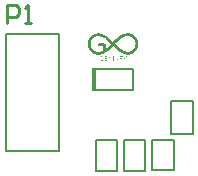
<source format=gto>
G04*
G04 #@! TF.GenerationSoftware,Altium Limited,Altium Designer,20.1.8 (145)*
G04*
G04 Layer_Color=65535*
%FSLAX25Y25*%
%MOIN*%
G70*
G04*
G04 #@! TF.SameCoordinates,BFEF3063-9A31-45DD-9A99-A3723DEFFCFF*
G04*
G04*
G04 #@! TF.FilePolarity,Positive*
G04*
G01*
G75*
%ADD10C,0.00787*%
%ADD11C,0.01000*%
%ADD12R,0.01181X0.07480*%
G36*
X33376Y58215D02*
X33609D01*
Y58192D01*
X33748D01*
Y58168D01*
X33865D01*
Y58145D01*
X33981D01*
Y58122D01*
X34074D01*
Y58099D01*
X34144D01*
Y58075D01*
X34237D01*
Y58052D01*
X34306D01*
Y58029D01*
X34376D01*
Y58006D01*
X34446D01*
Y57982D01*
X34516D01*
Y57959D01*
X34562D01*
Y57936D01*
X34632D01*
Y57913D01*
X34678D01*
Y57889D01*
X34748D01*
Y57866D01*
X34795D01*
Y57843D01*
X34841D01*
Y57820D01*
X34888D01*
Y57796D01*
X34934D01*
Y57773D01*
X34981D01*
Y57750D01*
X35027D01*
Y57727D01*
X35074D01*
Y57703D01*
X35120D01*
Y57680D01*
X35167D01*
Y57657D01*
X35213D01*
Y57634D01*
X35260D01*
Y57610D01*
X35306D01*
Y57587D01*
X35353D01*
Y57564D01*
X35376D01*
Y57541D01*
X35422D01*
Y57517D01*
X35469D01*
Y57494D01*
X35492D01*
Y57471D01*
X35539D01*
Y57448D01*
X35585D01*
Y57424D01*
X35608D01*
Y57401D01*
X35632D01*
Y57378D01*
X35655D01*
Y57355D01*
X35678D01*
Y57331D01*
X35701D01*
Y57308D01*
X35725D01*
Y57285D01*
X35748D01*
Y57262D01*
Y57238D01*
X35771D01*
Y57215D01*
Y57192D01*
Y57169D01*
X35794D01*
Y57145D01*
Y57122D01*
Y57099D01*
Y57076D01*
X35818D01*
Y57052D01*
Y57029D01*
Y57006D01*
Y56983D01*
Y56959D01*
X35794D01*
Y56936D01*
Y56913D01*
Y56890D01*
Y56866D01*
X35771D01*
Y56843D01*
Y56820D01*
X35748D01*
Y56797D01*
Y56773D01*
X35725D01*
Y56750D01*
X35701D01*
Y56727D01*
Y56704D01*
X35678D01*
Y56680D01*
X35655D01*
Y56657D01*
X35608D01*
Y56634D01*
X35585D01*
Y56611D01*
X35539D01*
Y56587D01*
X35469D01*
Y56564D01*
X35353D01*
Y56541D01*
X35329D01*
Y56564D01*
X35190D01*
Y56587D01*
X35143D01*
Y56611D01*
X35097D01*
Y56634D01*
X35050D01*
Y56657D01*
X35004D01*
Y56680D01*
X34981D01*
Y56704D01*
X34934D01*
Y56727D01*
X34888D01*
Y56750D01*
X34864D01*
Y56773D01*
X34818D01*
Y56797D01*
X34771D01*
Y56820D01*
X34725D01*
Y56843D01*
X34678D01*
Y56866D01*
X34632D01*
Y56890D01*
X34585D01*
Y56913D01*
X34539D01*
Y56936D01*
X34492D01*
Y56959D01*
X34446D01*
Y56983D01*
X34399D01*
Y57006D01*
X34353D01*
Y57029D01*
X34283D01*
Y57052D01*
X34237D01*
Y57076D01*
X34167D01*
Y57099D01*
X34097D01*
Y57122D01*
X34027D01*
Y57145D01*
X33958D01*
Y57169D01*
X33888D01*
Y57192D01*
X33795D01*
Y57215D01*
X33679D01*
Y57238D01*
X33539D01*
Y57262D01*
X33353D01*
Y57285D01*
X32958D01*
Y57262D01*
X32749D01*
Y57238D01*
X32632D01*
Y57215D01*
X32539D01*
Y57192D01*
X32447D01*
Y57169D01*
X32377D01*
Y57145D01*
X32330D01*
Y57122D01*
X32261D01*
Y57099D01*
X32214D01*
Y57076D01*
X32144D01*
Y57052D01*
X32098D01*
Y57029D01*
X32051D01*
Y57006D01*
X32005D01*
Y56983D01*
X31982D01*
Y56959D01*
X31935D01*
Y56936D01*
X31888D01*
Y56913D01*
X31842D01*
Y56890D01*
X31819D01*
Y56866D01*
X31772D01*
Y56843D01*
X31749D01*
Y56820D01*
X31703D01*
Y56797D01*
X31679D01*
Y56773D01*
X31656D01*
Y56750D01*
X31609D01*
Y56727D01*
X31586D01*
Y56704D01*
X31563D01*
Y56680D01*
X31540D01*
Y56657D01*
X31493D01*
Y56634D01*
X31470D01*
Y56611D01*
X31447D01*
Y56587D01*
X31424D01*
Y56564D01*
X31400D01*
Y56541D01*
X31377D01*
Y56518D01*
X31354D01*
Y56494D01*
X31330D01*
Y56471D01*
X31307D01*
Y56448D01*
X31284D01*
Y56425D01*
X31261D01*
Y56401D01*
X31238D01*
Y56378D01*
Y56355D01*
X31214D01*
Y56332D01*
X31191D01*
Y56308D01*
X31168D01*
Y56285D01*
X31144D01*
Y56262D01*
Y56239D01*
X31121D01*
Y56215D01*
X31098D01*
Y56192D01*
X31075D01*
Y56169D01*
Y56146D01*
X31051D01*
Y56122D01*
X31028D01*
Y56099D01*
Y56076D01*
X31005D01*
Y56053D01*
X30982D01*
Y56029D01*
Y56006D01*
X30959D01*
Y55983D01*
Y55960D01*
X30935D01*
Y55936D01*
X30912D01*
Y55913D01*
Y55890D01*
X30889D01*
Y55867D01*
Y55843D01*
X30865D01*
Y55820D01*
Y55797D01*
X30842D01*
Y55774D01*
Y55750D01*
X30819D01*
Y55727D01*
Y55704D01*
Y55681D01*
X30796D01*
Y55657D01*
Y55634D01*
X30773D01*
Y55611D01*
Y55588D01*
Y55564D01*
X30749D01*
Y55541D01*
Y55518D01*
X30726D01*
Y55495D01*
Y55471D01*
Y55448D01*
X30703D01*
Y55425D01*
Y55402D01*
Y55379D01*
Y55355D01*
X30680D01*
Y55332D01*
Y55309D01*
Y55286D01*
Y55262D01*
X30656D01*
Y55239D01*
Y55216D01*
Y55193D01*
Y55169D01*
Y55146D01*
X30633D01*
Y55123D01*
Y55099D01*
Y55076D01*
Y55053D01*
Y55030D01*
Y55006D01*
X30610D01*
Y54983D01*
Y54960D01*
Y54937D01*
Y54914D01*
Y54890D01*
Y54867D01*
Y54844D01*
Y54821D01*
Y54797D01*
Y54774D01*
Y54751D01*
Y54728D01*
Y54704D01*
Y54681D01*
X30586D01*
Y54658D01*
Y54634D01*
Y54611D01*
X30610D01*
Y54588D01*
Y54565D01*
Y54541D01*
Y54518D01*
Y54495D01*
Y54472D01*
Y54448D01*
Y54425D01*
Y54402D01*
Y54379D01*
Y54356D01*
Y54332D01*
Y54309D01*
Y54286D01*
X30633D01*
Y54263D01*
Y54239D01*
Y54216D01*
Y54193D01*
Y54169D01*
Y54146D01*
Y54123D01*
X30656D01*
Y54100D01*
Y54076D01*
Y54053D01*
Y54030D01*
X30680D01*
Y54007D01*
Y53983D01*
Y53960D01*
Y53937D01*
X30703D01*
Y53914D01*
Y53891D01*
Y53867D01*
Y53844D01*
X30726D01*
Y53821D01*
Y53798D01*
Y53774D01*
X30749D01*
Y53751D01*
Y53728D01*
Y53705D01*
X30773D01*
Y53681D01*
Y53658D01*
X30796D01*
Y53635D01*
Y53611D01*
X30819D01*
Y53588D01*
Y53565D01*
Y53542D01*
X30842D01*
Y53518D01*
Y53495D01*
X30865D01*
Y53472D01*
Y53449D01*
X30889D01*
Y53426D01*
Y53402D01*
X30912D01*
Y53379D01*
Y53356D01*
X30935D01*
Y53333D01*
X30959D01*
Y53309D01*
Y53286D01*
X30982D01*
Y53263D01*
Y53240D01*
X31005D01*
Y53216D01*
X31028D01*
Y53193D01*
Y53170D01*
X31051D01*
Y53146D01*
X31075D01*
Y53123D01*
Y53100D01*
X31098D01*
Y53077D01*
X31121D01*
Y53053D01*
X31144D01*
Y53030D01*
Y53007D01*
X31168D01*
Y52984D01*
X31191D01*
Y52961D01*
X31214D01*
Y52937D01*
X31238D01*
Y52914D01*
X31261D01*
Y52891D01*
Y52868D01*
X31284D01*
Y52844D01*
X31307D01*
Y52821D01*
X31330D01*
Y52798D01*
X31354D01*
Y52775D01*
X31377D01*
Y52751D01*
X31400D01*
Y52728D01*
X31447D01*
Y52705D01*
X31470D01*
Y52682D01*
X31493D01*
Y52658D01*
X31517D01*
Y52635D01*
X31540D01*
Y52612D01*
X31563D01*
Y52589D01*
X31609D01*
Y52565D01*
X31633D01*
Y52542D01*
X31656D01*
Y52519D01*
X31703D01*
Y52496D01*
X31726D01*
Y52472D01*
X31772D01*
Y52449D01*
X31795D01*
Y52426D01*
X31842D01*
Y52403D01*
X31888D01*
Y52379D01*
X31935D01*
Y52356D01*
X31982D01*
Y52333D01*
X32028D01*
Y52310D01*
X32074D01*
Y52286D01*
X32121D01*
Y52263D01*
X32168D01*
Y52240D01*
X32237D01*
Y52217D01*
X32307D01*
Y52193D01*
X32377D01*
Y52170D01*
X32447D01*
Y52147D01*
X32539D01*
Y52124D01*
X32656D01*
Y52100D01*
X32818D01*
Y52077D01*
X33121D01*
Y52054D01*
X33307D01*
Y52077D01*
X33609D01*
Y52100D01*
X33772D01*
Y52124D01*
X33888D01*
Y52147D01*
X33981D01*
Y52170D01*
X34074D01*
Y52193D01*
X34167D01*
Y52217D01*
X34237D01*
Y52240D01*
X34306D01*
Y52263D01*
X34353D01*
Y52286D01*
X34423D01*
Y52310D01*
X34469D01*
Y52333D01*
X34539D01*
Y52356D01*
X34585D01*
Y52379D01*
X34632D01*
Y52403D01*
X34678D01*
Y52426D01*
Y52449D01*
Y52472D01*
Y52496D01*
Y52519D01*
Y52542D01*
Y52565D01*
Y52589D01*
Y52612D01*
Y52635D01*
Y52658D01*
Y52682D01*
Y52705D01*
Y52728D01*
Y52751D01*
Y52775D01*
Y52798D01*
Y52821D01*
Y52844D01*
Y52868D01*
Y52891D01*
Y52914D01*
Y52937D01*
Y52961D01*
Y52984D01*
Y53007D01*
Y53030D01*
Y53053D01*
Y53077D01*
Y53100D01*
Y53123D01*
Y53146D01*
Y53170D01*
Y53193D01*
Y53216D01*
Y53240D01*
Y53263D01*
Y53286D01*
Y53309D01*
Y53333D01*
Y53356D01*
Y53379D01*
Y53402D01*
Y53426D01*
Y53449D01*
Y53472D01*
Y53495D01*
Y53518D01*
Y53542D01*
Y53565D01*
Y53588D01*
Y53611D01*
Y53635D01*
Y53658D01*
Y53681D01*
Y53705D01*
Y53728D01*
Y53751D01*
Y53774D01*
Y53798D01*
Y53821D01*
Y53844D01*
Y53867D01*
Y53891D01*
X34655D01*
Y53914D01*
X33307D01*
Y53937D01*
X33260D01*
Y53960D01*
X33214D01*
Y53983D01*
X33167D01*
Y54007D01*
X33144D01*
Y54030D01*
X33121D01*
Y54053D01*
X33097D01*
Y54076D01*
X33074D01*
Y54100D01*
X33051D01*
Y54123D01*
X33028D01*
Y54146D01*
Y54169D01*
X33004D01*
Y54193D01*
Y54216D01*
X32981D01*
Y54239D01*
Y54263D01*
Y54286D01*
Y54309D01*
X32958D01*
Y54332D01*
Y54356D01*
Y54379D01*
Y54402D01*
Y54425D01*
Y54448D01*
X32981D01*
Y54472D01*
Y54495D01*
Y54518D01*
Y54541D01*
X33004D01*
Y54565D01*
Y54588D01*
X33028D01*
Y54611D01*
Y54634D01*
X33051D01*
Y54658D01*
Y54681D01*
X33074D01*
Y54704D01*
X33097D01*
Y54728D01*
X33121D01*
Y54751D01*
X33167D01*
Y54774D01*
X33190D01*
Y54797D01*
X33237D01*
Y54821D01*
X33283D01*
Y54844D01*
X33400D01*
Y54867D01*
X35190D01*
Y54844D01*
X35283D01*
Y54821D01*
X35353D01*
Y54797D01*
X35399D01*
Y54774D01*
X35422D01*
Y54751D01*
X35446D01*
Y54728D01*
X35492D01*
Y54704D01*
Y54681D01*
X35515D01*
Y54658D01*
X35539D01*
Y54634D01*
X35562D01*
Y54611D01*
Y54588D01*
X35585D01*
Y54565D01*
Y54541D01*
Y54518D01*
X35608D01*
Y54495D01*
Y54472D01*
Y54448D01*
Y54425D01*
Y54402D01*
X35632D01*
Y54379D01*
Y54356D01*
Y54332D01*
Y54309D01*
Y54286D01*
Y54263D01*
Y54239D01*
Y54216D01*
Y54193D01*
Y54169D01*
Y54146D01*
Y54123D01*
Y54100D01*
Y54076D01*
Y54053D01*
Y54030D01*
Y54007D01*
Y53983D01*
Y53960D01*
Y53937D01*
Y53914D01*
Y53891D01*
Y53867D01*
Y53844D01*
Y53821D01*
Y53798D01*
Y53774D01*
Y53751D01*
Y53728D01*
Y53705D01*
Y53681D01*
Y53658D01*
Y53635D01*
Y53611D01*
Y53588D01*
Y53565D01*
Y53542D01*
Y53518D01*
Y53495D01*
Y53472D01*
Y53449D01*
Y53426D01*
Y53402D01*
Y53379D01*
Y53356D01*
Y53333D01*
Y53309D01*
Y53286D01*
Y53263D01*
Y53240D01*
Y53216D01*
Y53193D01*
Y53170D01*
Y53146D01*
Y53123D01*
Y53100D01*
Y53077D01*
Y53053D01*
Y53030D01*
Y53007D01*
Y52984D01*
Y52961D01*
Y52937D01*
Y52914D01*
Y52891D01*
Y52868D01*
Y52844D01*
Y52821D01*
Y52798D01*
Y52775D01*
Y52751D01*
Y52728D01*
Y52705D01*
Y52682D01*
Y52658D01*
Y52635D01*
Y52612D01*
Y52589D01*
Y52565D01*
Y52542D01*
Y52519D01*
Y52496D01*
Y52472D01*
Y52449D01*
Y52426D01*
Y52403D01*
Y52379D01*
Y52356D01*
Y52333D01*
Y52310D01*
Y52286D01*
Y52263D01*
Y52240D01*
Y52217D01*
Y52193D01*
Y52170D01*
Y52147D01*
Y52124D01*
Y52100D01*
X35608D01*
Y52077D01*
Y52054D01*
Y52031D01*
Y52007D01*
Y51984D01*
X35585D01*
Y51961D01*
Y51938D01*
Y51914D01*
X35562D01*
Y51891D01*
Y51868D01*
X35539D01*
Y51845D01*
X35515D01*
Y51821D01*
Y51798D01*
X35492D01*
Y51775D01*
X35469D01*
Y51752D01*
X35422D01*
Y51728D01*
X35399D01*
Y51705D01*
X35353D01*
Y51682D01*
X35306D01*
Y51659D01*
X35260D01*
Y51635D01*
X35213D01*
Y51612D01*
X35167D01*
Y51589D01*
X35120D01*
Y51566D01*
X35074D01*
Y51542D01*
X35027D01*
Y51519D01*
X34981D01*
Y51496D01*
X34934D01*
Y51473D01*
X34864D01*
Y51449D01*
X34818D01*
Y51426D01*
X34748D01*
Y51403D01*
X34702D01*
Y51380D01*
X34632D01*
Y51356D01*
X34562D01*
Y51333D01*
X34492D01*
Y51310D01*
X34423D01*
Y51287D01*
X34353D01*
Y51263D01*
X34260D01*
Y51240D01*
X34167D01*
Y51217D01*
X34074D01*
Y51194D01*
X33958D01*
Y51170D01*
X33818D01*
Y51147D01*
X33632D01*
Y51124D01*
X32795D01*
Y51147D01*
X32609D01*
Y51170D01*
X32470D01*
Y51194D01*
X32377D01*
Y51217D01*
X32261D01*
Y51240D01*
X32191D01*
Y51263D01*
X32098D01*
Y51287D01*
X32028D01*
Y51310D01*
X31958D01*
Y51333D01*
X31888D01*
Y51356D01*
X31842D01*
Y51380D01*
X31772D01*
Y51403D01*
X31726D01*
Y51426D01*
X31679D01*
Y51449D01*
X31633D01*
Y51473D01*
X31563D01*
Y51496D01*
X31517D01*
Y51519D01*
X31493D01*
Y51542D01*
X31447D01*
Y51566D01*
X31400D01*
Y51589D01*
X31354D01*
Y51612D01*
X31330D01*
Y51635D01*
X31284D01*
Y51659D01*
X31238D01*
Y51682D01*
X31214D01*
Y51705D01*
X31168D01*
Y51728D01*
X31144D01*
Y51752D01*
X31098D01*
Y51775D01*
X31075D01*
Y51798D01*
X31051D01*
Y51821D01*
X31005D01*
Y51845D01*
X30982D01*
Y51868D01*
X30959D01*
Y51891D01*
X30935D01*
Y51914D01*
X30889D01*
Y51938D01*
X30865D01*
Y51961D01*
X30842D01*
Y51984D01*
X30819D01*
Y52007D01*
X30796D01*
Y52031D01*
X30773D01*
Y52054D01*
X30749D01*
Y52077D01*
X30726D01*
Y52100D01*
X30703D01*
Y52124D01*
X30680D01*
Y52147D01*
X30656D01*
Y52170D01*
X30633D01*
Y52193D01*
X30610D01*
Y52217D01*
X30586D01*
Y52240D01*
X30563D01*
Y52263D01*
X30540D01*
Y52286D01*
X30517D01*
Y52310D01*
X30494D01*
Y52333D01*
Y52356D01*
X30470D01*
Y52379D01*
X30447D01*
Y52403D01*
X30424D01*
Y52426D01*
X30400D01*
Y52449D01*
X30377D01*
Y52472D01*
Y52496D01*
X30354D01*
Y52519D01*
X30331D01*
Y52542D01*
Y52565D01*
X30307D01*
Y52589D01*
X30284D01*
Y52612D01*
X30261D01*
Y52635D01*
Y52658D01*
X30238D01*
Y52682D01*
X30215D01*
Y52705D01*
Y52728D01*
X30191D01*
Y52751D01*
Y52775D01*
X30168D01*
Y52798D01*
X30145D01*
Y52821D01*
Y52844D01*
X30122D01*
Y52868D01*
Y52891D01*
X30098D01*
Y52914D01*
X30075D01*
Y52937D01*
Y52961D01*
X30052D01*
Y52984D01*
Y53007D01*
X30029D01*
Y53030D01*
Y53053D01*
X30005D01*
Y53077D01*
Y53100D01*
X29982D01*
Y53123D01*
Y53146D01*
X29959D01*
Y53170D01*
Y53193D01*
Y53216D01*
X29936D01*
Y53240D01*
Y53263D01*
X29912D01*
Y53286D01*
Y53309D01*
X29889D01*
Y53333D01*
Y53356D01*
Y53379D01*
X29866D01*
Y53402D01*
Y53426D01*
Y53449D01*
X29843D01*
Y53472D01*
Y53495D01*
Y53518D01*
X29819D01*
Y53542D01*
Y53565D01*
Y53588D01*
X29796D01*
Y53611D01*
Y53635D01*
Y53658D01*
X29773D01*
Y53681D01*
Y53705D01*
Y53728D01*
Y53751D01*
X29750D01*
Y53774D01*
Y53798D01*
Y53821D01*
Y53844D01*
X29726D01*
Y53867D01*
Y53891D01*
Y53914D01*
Y53937D01*
Y53960D01*
X29703D01*
Y53983D01*
Y54007D01*
Y54030D01*
Y54053D01*
Y54076D01*
Y54100D01*
X29680D01*
Y54123D01*
Y54146D01*
Y54169D01*
Y54193D01*
Y54216D01*
Y54239D01*
Y54263D01*
X29657D01*
Y54286D01*
Y54309D01*
Y54332D01*
Y54356D01*
Y54379D01*
Y54402D01*
Y54425D01*
Y54448D01*
Y54472D01*
Y54495D01*
Y54518D01*
Y54541D01*
Y54565D01*
Y54588D01*
Y54611D01*
Y54634D01*
Y54658D01*
Y54681D01*
Y54704D01*
Y54728D01*
Y54751D01*
Y54774D01*
Y54797D01*
Y54821D01*
Y54844D01*
Y54867D01*
Y54890D01*
Y54914D01*
Y54937D01*
Y54960D01*
Y54983D01*
Y55006D01*
X29680D01*
Y55030D01*
Y55053D01*
Y55076D01*
Y55099D01*
Y55123D01*
Y55146D01*
Y55169D01*
Y55193D01*
X29703D01*
Y55216D01*
Y55239D01*
Y55262D01*
Y55286D01*
Y55309D01*
Y55332D01*
X29726D01*
Y55355D01*
Y55379D01*
Y55402D01*
Y55425D01*
Y55448D01*
X29750D01*
Y55471D01*
Y55495D01*
Y55518D01*
Y55541D01*
X29773D01*
Y55564D01*
Y55588D01*
Y55611D01*
Y55634D01*
X29796D01*
Y55657D01*
Y55681D01*
Y55704D01*
X29819D01*
Y55727D01*
Y55750D01*
Y55774D01*
X29843D01*
Y55797D01*
Y55820D01*
Y55843D01*
X29866D01*
Y55867D01*
Y55890D01*
Y55913D01*
X29889D01*
Y55936D01*
Y55960D01*
Y55983D01*
X29912D01*
Y56006D01*
Y56029D01*
X29936D01*
Y56053D01*
Y56076D01*
X29959D01*
Y56099D01*
Y56122D01*
Y56146D01*
X29982D01*
Y56169D01*
Y56192D01*
X30005D01*
Y56215D01*
Y56239D01*
X30029D01*
Y56262D01*
Y56285D01*
X30052D01*
Y56308D01*
Y56332D01*
X30075D01*
Y56355D01*
Y56378D01*
X30098D01*
Y56401D01*
X30122D01*
Y56425D01*
Y56448D01*
X30145D01*
Y56471D01*
Y56494D01*
X30168D01*
Y56518D01*
Y56541D01*
X30191D01*
Y56564D01*
X30215D01*
Y56587D01*
Y56611D01*
X30238D01*
Y56634D01*
X30261D01*
Y56657D01*
Y56680D01*
X30284D01*
Y56704D01*
X30307D01*
Y56727D01*
Y56750D01*
X30331D01*
Y56773D01*
X30354D01*
Y56797D01*
X30377D01*
Y56820D01*
Y56843D01*
X30400D01*
Y56866D01*
X30424D01*
Y56890D01*
X30447D01*
Y56913D01*
X30470D01*
Y56936D01*
Y56959D01*
X30494D01*
Y56983D01*
X30517D01*
Y57006D01*
X30540D01*
Y57029D01*
X30563D01*
Y57052D01*
X30586D01*
Y57076D01*
X30610D01*
Y57099D01*
X30633D01*
Y57122D01*
X30656D01*
Y57145D01*
X30680D01*
Y57169D01*
X30703D01*
Y57192D01*
X30726D01*
Y57215D01*
X30749D01*
Y57238D01*
X30773D01*
Y57262D01*
X30796D01*
Y57285D01*
X30819D01*
Y57308D01*
X30842D01*
Y57331D01*
X30865D01*
Y57355D01*
X30889D01*
Y57378D01*
X30912D01*
Y57401D01*
X30935D01*
Y57424D01*
X30982D01*
Y57448D01*
X31005D01*
Y57471D01*
X31028D01*
Y57494D01*
X31051D01*
Y57517D01*
X31098D01*
Y57541D01*
X31121D01*
Y57564D01*
X31168D01*
Y57587D01*
X31191D01*
Y57610D01*
X31214D01*
Y57634D01*
X31261D01*
Y57657D01*
X31284D01*
Y57680D01*
X31330D01*
Y57703D01*
X31377D01*
Y57727D01*
X31400D01*
Y57750D01*
X31447D01*
Y57773D01*
X31493D01*
Y57796D01*
X31517D01*
Y57820D01*
X31563D01*
Y57843D01*
X31609D01*
Y57866D01*
X31656D01*
Y57889D01*
X31703D01*
Y57913D01*
X31772D01*
Y57936D01*
X31819D01*
Y57959D01*
X31865D01*
Y57982D01*
X31935D01*
Y58006D01*
X31982D01*
Y58029D01*
X32051D01*
Y58052D01*
X32121D01*
Y58075D01*
X32191D01*
Y58099D01*
X32261D01*
Y58122D01*
X32353D01*
Y58145D01*
X32447D01*
Y58168D01*
X32563D01*
Y58192D01*
X32726D01*
Y58215D01*
X32935D01*
Y58238D01*
X33376D01*
Y58215D01*
D02*
G37*
G36*
X43234Y58238D02*
X43466D01*
Y58215D01*
X43606D01*
Y58192D01*
X43745D01*
Y58168D01*
X43839D01*
Y58145D01*
X43931D01*
Y58122D01*
X44025D01*
Y58099D01*
X44094D01*
Y58075D01*
X44164D01*
Y58052D01*
X44234D01*
Y58029D01*
X44280D01*
Y58006D01*
X44350D01*
Y57982D01*
X44396D01*
Y57959D01*
X44466D01*
Y57936D01*
X44513D01*
Y57913D01*
X44559D01*
Y57889D01*
X44606D01*
Y57866D01*
X44652D01*
Y57843D01*
X44699D01*
Y57820D01*
X44745D01*
Y57796D01*
X44769D01*
Y57773D01*
X44815D01*
Y57750D01*
X44862D01*
Y57727D01*
X44885D01*
Y57703D01*
X44931D01*
Y57680D01*
X44954D01*
Y57657D01*
X45001D01*
Y57634D01*
X45024D01*
Y57610D01*
X45071D01*
Y57587D01*
X45094D01*
Y57564D01*
X45117D01*
Y57541D01*
X45164D01*
Y57517D01*
X45187D01*
Y57494D01*
X45210D01*
Y57471D01*
X45234D01*
Y57448D01*
X45280D01*
Y57424D01*
X45303D01*
Y57401D01*
X45326D01*
Y57378D01*
X45350D01*
Y57355D01*
X45373D01*
Y57331D01*
X45396D01*
Y57308D01*
X45419D01*
Y57285D01*
X45443D01*
Y57262D01*
X45466D01*
Y57238D01*
X45489D01*
Y57215D01*
X45512D01*
Y57192D01*
X45536D01*
Y57169D01*
X45559D01*
Y57145D01*
X45582D01*
Y57122D01*
X45605D01*
Y57099D01*
X45629D01*
Y57076D01*
X45652D01*
Y57052D01*
X45675D01*
Y57029D01*
Y57006D01*
X45698D01*
Y56983D01*
X45722D01*
Y56959D01*
X45745D01*
Y56936D01*
X45768D01*
Y56913D01*
Y56890D01*
X45791D01*
Y56866D01*
X45815D01*
Y56843D01*
X45838D01*
Y56820D01*
Y56797D01*
X45861D01*
Y56773D01*
X45884D01*
Y56750D01*
X45908D01*
Y56727D01*
Y56704D01*
X45931D01*
Y56680D01*
Y56657D01*
X45954D01*
Y56634D01*
X45977D01*
Y56611D01*
Y56587D01*
X46001D01*
Y56564D01*
X46024D01*
Y56541D01*
Y56518D01*
X46047D01*
Y56494D01*
Y56471D01*
X46070D01*
Y56448D01*
Y56425D01*
X46094D01*
Y56401D01*
Y56378D01*
X46117D01*
Y56355D01*
X46140D01*
Y56332D01*
Y56308D01*
Y56285D01*
X46163D01*
Y56262D01*
Y56239D01*
X46187D01*
Y56215D01*
Y56192D01*
X46210D01*
Y56169D01*
Y56146D01*
X46233D01*
Y56122D01*
Y56099D01*
Y56076D01*
X46256D01*
Y56053D01*
Y56029D01*
X46280D01*
Y56006D01*
Y55983D01*
Y55960D01*
X46303D01*
Y55936D01*
Y55913D01*
Y55890D01*
X46326D01*
Y55867D01*
Y55843D01*
Y55820D01*
X46349D01*
Y55797D01*
Y55774D01*
Y55750D01*
X46373D01*
Y55727D01*
Y55704D01*
Y55681D01*
X46396D01*
Y55657D01*
Y55634D01*
Y55611D01*
Y55588D01*
X46419D01*
Y55564D01*
Y55541D01*
Y55518D01*
Y55495D01*
Y55471D01*
X46442D01*
Y55448D01*
Y55425D01*
Y55402D01*
Y55379D01*
Y55355D01*
X46466D01*
Y55332D01*
Y55309D01*
Y55286D01*
Y55262D01*
Y55239D01*
Y55216D01*
X46489D01*
Y55193D01*
Y55169D01*
Y55146D01*
Y55123D01*
Y55099D01*
Y55076D01*
Y55053D01*
Y55030D01*
Y55006D01*
X46512D01*
Y54983D01*
Y54960D01*
Y54937D01*
Y54914D01*
Y54890D01*
Y54867D01*
Y54844D01*
Y54821D01*
Y54797D01*
Y54774D01*
Y54751D01*
Y54728D01*
Y54704D01*
Y54681D01*
Y54658D01*
Y54634D01*
Y54611D01*
Y54588D01*
Y54565D01*
Y54541D01*
Y54518D01*
Y54495D01*
Y54472D01*
Y54448D01*
X46489D01*
Y54425D01*
Y54402D01*
Y54379D01*
Y54356D01*
Y54332D01*
Y54309D01*
Y54286D01*
Y54263D01*
Y54239D01*
X46466D01*
Y54216D01*
Y54193D01*
Y54169D01*
Y54146D01*
Y54123D01*
Y54100D01*
X46442D01*
Y54076D01*
Y54053D01*
Y54030D01*
Y54007D01*
Y53983D01*
Y53960D01*
X46419D01*
Y53937D01*
Y53914D01*
Y53891D01*
Y53867D01*
X46396D01*
Y53844D01*
Y53821D01*
Y53798D01*
Y53774D01*
X46373D01*
Y53751D01*
Y53728D01*
Y53705D01*
X46349D01*
Y53681D01*
Y53658D01*
Y53635D01*
Y53611D01*
X46326D01*
Y53588D01*
Y53565D01*
Y53542D01*
X46303D01*
Y53518D01*
Y53495D01*
X46280D01*
Y53472D01*
Y53449D01*
Y53426D01*
X46256D01*
Y53402D01*
Y53379D01*
Y53356D01*
X46233D01*
Y53333D01*
Y53309D01*
X46210D01*
Y53286D01*
Y53263D01*
Y53240D01*
X46187D01*
Y53216D01*
Y53193D01*
X46163D01*
Y53170D01*
Y53146D01*
X46140D01*
Y53123D01*
Y53100D01*
X46117D01*
Y53077D01*
Y53053D01*
X46094D01*
Y53030D01*
Y53007D01*
X46070D01*
Y52984D01*
Y52961D01*
X46047D01*
Y52937D01*
X46024D01*
Y52914D01*
Y52891D01*
X46001D01*
Y52868D01*
Y52844D01*
X45977D01*
Y52821D01*
X45954D01*
Y52798D01*
Y52775D01*
X45931D01*
Y52751D01*
X45908D01*
Y52728D01*
Y52705D01*
X45884D01*
Y52682D01*
X45861D01*
Y52658D01*
Y52635D01*
X45838D01*
Y52612D01*
X45815D01*
Y52589D01*
Y52565D01*
X45791D01*
Y52542D01*
X45768D01*
Y52519D01*
X45745D01*
Y52496D01*
X45722D01*
Y52472D01*
Y52449D01*
X45698D01*
Y52426D01*
X45675D01*
Y52403D01*
X45652D01*
Y52379D01*
X45629D01*
Y52356D01*
X45605D01*
Y52333D01*
Y52310D01*
X45582D01*
Y52286D01*
X45559D01*
Y52263D01*
X45536D01*
Y52240D01*
X45512D01*
Y52217D01*
X45489D01*
Y52193D01*
X45466D01*
Y52170D01*
X45443D01*
Y52147D01*
X45419D01*
Y52124D01*
X45396D01*
Y52100D01*
X45373D01*
Y52077D01*
X45350D01*
Y52054D01*
X45326D01*
Y52031D01*
X45280D01*
Y52007D01*
X45257D01*
Y51984D01*
X45234D01*
Y51961D01*
X45210D01*
Y51938D01*
X45187D01*
Y51914D01*
X45140D01*
Y51891D01*
X45117D01*
Y51868D01*
X45094D01*
Y51845D01*
X45071D01*
Y51821D01*
X45024D01*
Y51798D01*
X45001D01*
Y51775D01*
X44954D01*
Y51752D01*
X44931D01*
Y51728D01*
X44885D01*
Y51705D01*
X44862D01*
Y51682D01*
X44815D01*
Y51659D01*
X44792D01*
Y51635D01*
X44745D01*
Y51612D01*
X44699D01*
Y51589D01*
X44675D01*
Y51566D01*
X44629D01*
Y51542D01*
X44583D01*
Y51519D01*
X44536D01*
Y51496D01*
X44489D01*
Y51473D01*
X44443D01*
Y51449D01*
X44396D01*
Y51426D01*
X44327D01*
Y51403D01*
X44280D01*
Y51380D01*
X44234D01*
Y51356D01*
X44164D01*
Y51333D01*
X44094D01*
Y51310D01*
X44025D01*
Y51287D01*
X43955D01*
Y51263D01*
X43885D01*
Y51240D01*
X43792D01*
Y51217D01*
X43676D01*
Y51194D01*
X43560D01*
Y51170D01*
X43397D01*
Y51147D01*
X43118D01*
Y51124D01*
X42885D01*
Y51147D01*
X42583D01*
Y51170D01*
X42420D01*
Y51194D01*
X42304D01*
Y51217D01*
X42188D01*
Y51240D01*
X42095D01*
Y51263D01*
X42002D01*
Y51287D01*
X41932D01*
Y51310D01*
X41862D01*
Y51333D01*
X41793D01*
Y51356D01*
X41723D01*
Y51380D01*
X41653D01*
Y51403D01*
X41583D01*
Y51426D01*
X41537D01*
Y51449D01*
X41467D01*
Y51473D01*
X41421D01*
Y51496D01*
X41374D01*
Y51519D01*
X41304D01*
Y51542D01*
X41258D01*
Y51566D01*
X41211D01*
Y51589D01*
X41165D01*
Y51612D01*
X41118D01*
Y51635D01*
X41072D01*
Y51659D01*
X41025D01*
Y51682D01*
X40979D01*
Y51705D01*
X40932D01*
Y51728D01*
X40886D01*
Y51752D01*
X40863D01*
Y51775D01*
X40816D01*
Y51798D01*
X40770D01*
Y51821D01*
X40723D01*
Y51845D01*
X40700D01*
Y51868D01*
X40653D01*
Y51891D01*
X40607D01*
Y51914D01*
X40584D01*
Y51938D01*
X40537D01*
Y51961D01*
X40514D01*
Y51984D01*
X40467D01*
Y52007D01*
X40444D01*
Y52031D01*
X40398D01*
Y52054D01*
X40374D01*
Y52077D01*
X40328D01*
Y52100D01*
X40305D01*
Y52124D01*
X40258D01*
Y52147D01*
X40235D01*
Y52170D01*
X40188D01*
Y52193D01*
X40165D01*
Y52217D01*
X40119D01*
Y52240D01*
X40095D01*
Y52263D01*
X40072D01*
Y52286D01*
X40026D01*
Y52310D01*
X40002D01*
Y52333D01*
X39956D01*
Y52356D01*
X39933D01*
Y52379D01*
X39909D01*
Y52403D01*
X39863D01*
Y52426D01*
X39840D01*
Y52449D01*
X39816D01*
Y52472D01*
X39793D01*
Y52496D01*
X39747D01*
Y52519D01*
X39723D01*
Y52542D01*
X39700D01*
Y52565D01*
X39654D01*
Y52589D01*
X39630D01*
Y52612D01*
X39607D01*
Y52635D01*
X39584D01*
Y52658D01*
X39537D01*
Y52682D01*
X39514D01*
Y52705D01*
X39491D01*
Y52728D01*
X39468D01*
Y52751D01*
X39421D01*
Y52775D01*
X39398D01*
Y52798D01*
X39375D01*
Y52821D01*
X39351D01*
Y52844D01*
X39328D01*
Y52868D01*
X39282D01*
Y52891D01*
X39258D01*
Y52914D01*
X39235D01*
Y52937D01*
X39212D01*
Y52961D01*
X39189D01*
Y52984D01*
X39142D01*
Y53007D01*
X39119D01*
Y53030D01*
X39096D01*
Y53053D01*
X39072D01*
Y53077D01*
X39049D01*
Y53100D01*
X39026D01*
Y53123D01*
X39003D01*
Y53146D01*
X38980D01*
Y53170D01*
X38956D01*
Y53193D01*
X38933D01*
Y53216D01*
X38910D01*
Y53240D01*
X38886D01*
Y53263D01*
X38863D01*
Y53286D01*
X38840D01*
Y53309D01*
X38794D01*
Y53333D01*
X38770D01*
Y53356D01*
X38747D01*
Y53379D01*
X38724D01*
Y53402D01*
X38701D01*
Y53426D01*
X38677D01*
Y53449D01*
X38654D01*
Y53472D01*
X38631D01*
Y53495D01*
X38607D01*
Y53518D01*
X38584D01*
Y53542D01*
X38561D01*
Y53565D01*
X38538D01*
Y53588D01*
X38515D01*
Y53611D01*
X38491D01*
Y53635D01*
X38468D01*
Y53658D01*
X38445D01*
Y53681D01*
X38421D01*
Y53705D01*
X38398D01*
Y53728D01*
X38375D01*
Y53751D01*
X38352D01*
Y53774D01*
X38328D01*
Y53798D01*
X38305D01*
Y53821D01*
X38282D01*
Y53844D01*
X38259D01*
Y53867D01*
X38236D01*
Y53891D01*
X38212D01*
Y53914D01*
X38189D01*
Y53937D01*
X38142D01*
Y53960D01*
X38119D01*
Y53983D01*
X38096D01*
Y54007D01*
X38073D01*
Y53983D01*
X38050D01*
Y53960D01*
X38026D01*
Y53937D01*
X38003D01*
Y53914D01*
X37980D01*
Y53891D01*
X37957D01*
Y53867D01*
X37933D01*
Y53844D01*
X37910D01*
Y53821D01*
X37887D01*
Y53798D01*
X37863D01*
Y53774D01*
X37840D01*
Y53751D01*
X37817D01*
Y53728D01*
X37794D01*
Y53705D01*
X37771D01*
Y53681D01*
Y53658D01*
X37747D01*
Y53635D01*
X37724D01*
Y53611D01*
X37701D01*
Y53588D01*
X37677D01*
Y53565D01*
X37654D01*
Y53542D01*
X37631D01*
Y53518D01*
X37608D01*
Y53495D01*
X37584D01*
Y53472D01*
X37561D01*
Y53449D01*
X37538D01*
Y53426D01*
X37515D01*
Y53402D01*
X37492D01*
Y53379D01*
X37468D01*
Y53356D01*
X37445D01*
Y53333D01*
X37422D01*
Y53309D01*
X37398D01*
Y53286D01*
X37375D01*
Y53263D01*
X37352D01*
Y53240D01*
X37329D01*
Y53216D01*
X37306D01*
Y53193D01*
X37282D01*
Y53170D01*
X37259D01*
Y53146D01*
X37236D01*
Y53123D01*
X37212D01*
Y53100D01*
X37189D01*
Y53077D01*
X37143D01*
Y53053D01*
X37119D01*
Y53030D01*
X37096D01*
Y53007D01*
X37073D01*
Y52984D01*
X37050D01*
Y52961D01*
X37027D01*
Y52937D01*
X37003D01*
Y52914D01*
X36980D01*
Y52891D01*
X36957D01*
Y52868D01*
X36933D01*
Y52844D01*
X36910D01*
Y52821D01*
X36887D01*
Y52798D01*
X36864D01*
Y52775D01*
X36841D01*
Y52751D01*
X36794D01*
Y52728D01*
X36771D01*
Y52705D01*
X36748D01*
Y52682D01*
X36724D01*
Y52658D01*
X36701D01*
Y52635D01*
X36678D01*
Y52612D01*
X36654D01*
Y52589D01*
X36631D01*
Y52565D01*
X36585D01*
Y52542D01*
X36562D01*
Y52519D01*
X36538D01*
Y52496D01*
X36515D01*
Y52472D01*
X36492D01*
Y52449D01*
X36468D01*
Y52426D01*
X36422D01*
Y52403D01*
X36399D01*
Y52379D01*
X36376D01*
Y52356D01*
X36352D01*
Y52333D01*
X36306D01*
Y52310D01*
X36283D01*
Y52286D01*
X36259D01*
Y52263D01*
X36236D01*
Y52240D01*
X36190D01*
Y52217D01*
X36166D01*
Y52193D01*
X36143D01*
Y52170D01*
X36097D01*
Y52147D01*
X36073D01*
Y52124D01*
X36050D01*
Y52100D01*
X36004D01*
Y52077D01*
X35980D01*
Y52054D01*
X35934D01*
Y52031D01*
X35911D01*
Y52007D01*
X35864D01*
Y51984D01*
X35841D01*
Y51961D01*
X35794D01*
Y51938D01*
X35771D01*
Y51914D01*
X35725D01*
Y51891D01*
X35678D01*
Y51868D01*
X35655D01*
Y51891D01*
Y51914D01*
X35678D01*
Y51938D01*
Y51961D01*
Y51984D01*
X35701D01*
Y52007D01*
Y52031D01*
Y52054D01*
Y52077D01*
Y52100D01*
Y52124D01*
Y52147D01*
Y52170D01*
Y52193D01*
Y52217D01*
Y52240D01*
Y52263D01*
Y52286D01*
Y52310D01*
Y52333D01*
Y52356D01*
Y52379D01*
Y52403D01*
Y52426D01*
Y52449D01*
Y52472D01*
Y52496D01*
Y52519D01*
Y52542D01*
Y52565D01*
Y52589D01*
Y52612D01*
Y52635D01*
Y52658D01*
Y52682D01*
Y52705D01*
Y52728D01*
Y52751D01*
Y52775D01*
Y52798D01*
Y52821D01*
Y52844D01*
Y52868D01*
Y52891D01*
Y52914D01*
Y52937D01*
Y52961D01*
Y52984D01*
Y53007D01*
Y53030D01*
Y53053D01*
Y53077D01*
X35748D01*
Y53100D01*
X35771D01*
Y53123D01*
X35794D01*
Y53146D01*
X35818D01*
Y53170D01*
X35864D01*
Y53193D01*
X35887D01*
Y53216D01*
X35911D01*
Y53240D01*
X35934D01*
Y53263D01*
X35957D01*
Y53286D01*
X35980D01*
Y53309D01*
X36027D01*
Y53333D01*
X36050D01*
Y53356D01*
X36073D01*
Y53379D01*
X36097D01*
Y53402D01*
X36120D01*
Y53426D01*
X36143D01*
Y53449D01*
X36166D01*
Y53472D01*
X36190D01*
Y53495D01*
X36213D01*
Y53518D01*
X36259D01*
Y53542D01*
X36283D01*
Y53565D01*
X36306D01*
Y53588D01*
X36329D01*
Y53611D01*
X36352D01*
Y53635D01*
X36376D01*
Y53658D01*
X36399D01*
Y53681D01*
X36422D01*
Y53705D01*
X36445D01*
Y53728D01*
X36468D01*
Y53751D01*
X36492D01*
Y53774D01*
X36515D01*
Y53798D01*
X36538D01*
Y53821D01*
X36562D01*
Y53844D01*
X36585D01*
Y53867D01*
X36608D01*
Y53891D01*
X36631D01*
Y53914D01*
X36654D01*
Y53937D01*
X36678D01*
Y53960D01*
X36701D01*
Y53983D01*
X36724D01*
Y54007D01*
X36748D01*
Y54030D01*
X36771D01*
Y54053D01*
X36794D01*
Y54076D01*
X36817D01*
Y54100D01*
X36841D01*
Y54123D01*
X36864D01*
Y54146D01*
X36887D01*
Y54169D01*
X36910D01*
Y54193D01*
X36933D01*
Y54216D01*
X36957D01*
Y54239D01*
X36980D01*
Y54263D01*
X37003D01*
Y54286D01*
X37027D01*
Y54309D01*
X37050D01*
Y54332D01*
X37073D01*
Y54356D01*
X37096D01*
Y54379D01*
X37119D01*
Y54402D01*
X37143D01*
Y54425D01*
X37166D01*
Y54448D01*
X37189D01*
Y54472D01*
X37212D01*
Y54495D01*
X37236D01*
Y54518D01*
X37259D01*
Y54541D01*
X37282D01*
Y54565D01*
X37306D01*
Y54588D01*
X37329D01*
Y54611D01*
X37352D01*
Y54634D01*
X37375D01*
Y54658D01*
Y54681D01*
Y54704D01*
X37352D01*
Y54728D01*
X37329D01*
Y54751D01*
X37306D01*
Y54774D01*
X37282D01*
Y54797D01*
X37259D01*
Y54821D01*
X37236D01*
Y54844D01*
X37212D01*
Y54867D01*
X37189D01*
Y54890D01*
X37166D01*
Y54914D01*
X37119D01*
Y54937D01*
X37096D01*
Y54960D01*
X37073D01*
Y54983D01*
X37050D01*
Y55006D01*
X37027D01*
Y55030D01*
X37003D01*
Y55053D01*
X36980D01*
Y55076D01*
X36957D01*
Y55099D01*
X36933D01*
Y55123D01*
X36910D01*
Y55146D01*
X36887D01*
Y55169D01*
X36864D01*
Y55193D01*
X36841D01*
Y55216D01*
X36794D01*
Y55239D01*
X36771D01*
Y55262D01*
X36748D01*
Y55286D01*
X36724D01*
Y55309D01*
X36701D01*
Y55332D01*
X36678D01*
Y55355D01*
X36654D01*
Y55379D01*
X36631D01*
Y55402D01*
X36608D01*
Y55425D01*
X36585D01*
Y55448D01*
X36562D01*
Y55471D01*
X36515D01*
Y55495D01*
X36492D01*
Y55518D01*
X36468D01*
Y55541D01*
X36445D01*
Y55564D01*
X36422D01*
Y55588D01*
X36399D01*
Y55611D01*
X36376D01*
Y55634D01*
X36352D01*
Y55657D01*
X36306D01*
Y55681D01*
X36283D01*
Y55704D01*
X36259D01*
Y55727D01*
X36236D01*
Y55750D01*
X36213D01*
Y55774D01*
X36190D01*
Y55797D01*
X36166D01*
Y55820D01*
X36120D01*
Y55843D01*
X36097D01*
Y55867D01*
X36073D01*
Y55890D01*
X36050D01*
Y55913D01*
X36027D01*
Y55936D01*
X36004D01*
Y55960D01*
X35957D01*
Y55983D01*
X35934D01*
Y56006D01*
X35911D01*
Y56029D01*
X35887D01*
Y56053D01*
X35864D01*
Y56076D01*
X35841D01*
Y56099D01*
X35794D01*
Y56122D01*
X35771D01*
Y56146D01*
X35748D01*
Y56169D01*
X35725D01*
Y56192D01*
X35678D01*
Y56215D01*
X35655D01*
Y56239D01*
X35632D01*
Y56262D01*
X35608D01*
Y56285D01*
X35562D01*
Y56308D01*
X35539D01*
Y56332D01*
X35515D01*
Y56355D01*
X35469D01*
Y56378D01*
X35446D01*
Y56401D01*
X35422D01*
Y56425D01*
X35376D01*
Y56448D01*
X35353D01*
Y56471D01*
X35469D01*
Y56494D01*
X35539D01*
Y56518D01*
X35585D01*
Y56541D01*
X35632D01*
Y56564D01*
X35678D01*
Y56587D01*
X35701D01*
Y56611D01*
X35725D01*
Y56634D01*
X35748D01*
Y56657D01*
X35771D01*
Y56680D01*
X35794D01*
Y56704D01*
Y56727D01*
X35818D01*
Y56750D01*
Y56773D01*
X35841D01*
Y56797D01*
Y56820D01*
X35864D01*
Y56843D01*
Y56866D01*
Y56890D01*
X35887D01*
Y56913D01*
Y56936D01*
Y56959D01*
Y56983D01*
Y57006D01*
Y57029D01*
Y57052D01*
Y57076D01*
Y57099D01*
Y57122D01*
Y57145D01*
Y57169D01*
X35864D01*
Y57192D01*
Y57215D01*
Y57238D01*
X35841D01*
Y57262D01*
Y57285D01*
X35864D01*
Y57262D01*
X35887D01*
Y57238D01*
X35934D01*
Y57215D01*
X35957D01*
Y57192D01*
X35980D01*
Y57169D01*
X36027D01*
Y57145D01*
X36050D01*
Y57122D01*
X36073D01*
Y57099D01*
X36120D01*
Y57076D01*
X36143D01*
Y57052D01*
X36166D01*
Y57029D01*
X36213D01*
Y57006D01*
X36236D01*
Y56983D01*
X36259D01*
Y56959D01*
X36283D01*
Y56936D01*
X36329D01*
Y56913D01*
X36352D01*
Y56890D01*
X36376D01*
Y56866D01*
X36399D01*
Y56843D01*
X36445D01*
Y56820D01*
X36468D01*
Y56797D01*
X36492D01*
Y56773D01*
X36515D01*
Y56750D01*
X36538D01*
Y56727D01*
X36585D01*
Y56704D01*
X36608D01*
Y56680D01*
X36631D01*
Y56657D01*
X36654D01*
Y56634D01*
X36678D01*
Y56611D01*
X36701D01*
Y56587D01*
X36748D01*
Y56564D01*
X36771D01*
Y56541D01*
X36794D01*
Y56518D01*
X36817D01*
Y56494D01*
X36841D01*
Y56471D01*
X36864D01*
Y56448D01*
X36887D01*
Y56425D01*
X36933D01*
Y56401D01*
X36957D01*
Y56378D01*
X36980D01*
Y56355D01*
X37003D01*
Y56332D01*
X37027D01*
Y56308D01*
X37050D01*
Y56285D01*
X37073D01*
Y56262D01*
X37096D01*
Y56239D01*
X37143D01*
Y56215D01*
X37166D01*
Y56192D01*
X37189D01*
Y56169D01*
X37212D01*
Y56146D01*
X37236D01*
Y56122D01*
X37259D01*
Y56099D01*
X37282D01*
Y56076D01*
X37306D01*
Y56053D01*
X37329D01*
Y56029D01*
X37352D01*
Y56006D01*
X37398D01*
Y55983D01*
X37422D01*
Y55960D01*
X37445D01*
Y55936D01*
X37468D01*
Y55913D01*
X37492D01*
Y55890D01*
X37515D01*
Y55867D01*
X37538D01*
Y55843D01*
X37561D01*
Y55820D01*
X37584D01*
Y55797D01*
X37608D01*
Y55774D01*
X37631D01*
Y55750D01*
X37654D01*
Y55727D01*
X37701D01*
Y55704D01*
X37724D01*
Y55681D01*
X37747D01*
Y55657D01*
X37771D01*
Y55634D01*
X37794D01*
Y55611D01*
X37817D01*
Y55588D01*
X37840D01*
Y55564D01*
X37863D01*
Y55541D01*
X37887D01*
Y55518D01*
X37910D01*
Y55495D01*
X37933D01*
Y55471D01*
X37957D01*
Y55448D01*
X37980D01*
Y55425D01*
X38003D01*
Y55402D01*
X38026D01*
Y55379D01*
X38073D01*
Y55402D01*
X38096D01*
Y55425D01*
X38119D01*
Y55448D01*
X38142D01*
Y55471D01*
X38166D01*
Y55495D01*
X38189D01*
Y55518D01*
X38212D01*
Y55541D01*
X38236D01*
Y55564D01*
X38259D01*
Y55588D01*
X38282D01*
Y55611D01*
X38305D01*
Y55634D01*
X38328D01*
Y55657D01*
X38352D01*
Y55681D01*
X38375D01*
Y55704D01*
X38398D01*
Y55727D01*
X38421D01*
Y55750D01*
X38445D01*
Y55774D01*
X38468D01*
Y55797D01*
X38491D01*
Y55820D01*
X38515D01*
Y55843D01*
X38538D01*
Y55867D01*
X38561D01*
Y55890D01*
X38584D01*
Y55913D01*
X38607D01*
Y55936D01*
X38631D01*
Y55960D01*
X38654D01*
Y55983D01*
X38677D01*
Y56006D01*
X38701D01*
Y56029D01*
X38724D01*
Y56053D01*
X38747D01*
Y56076D01*
X38770D01*
Y56099D01*
X38794D01*
Y56122D01*
X38817D01*
Y56146D01*
X38840D01*
Y56169D01*
X38863D01*
Y56192D01*
X38886D01*
Y56215D01*
X38910D01*
Y56239D01*
X38933D01*
Y56262D01*
X38956D01*
Y56285D01*
X38980D01*
Y56308D01*
X39003D01*
Y56332D01*
X39049D01*
Y56355D01*
X39072D01*
Y56378D01*
X39096D01*
Y56401D01*
X39119D01*
Y56425D01*
X39142D01*
Y56448D01*
X39165D01*
Y56471D01*
X39189D01*
Y56494D01*
X39212D01*
Y56518D01*
X39235D01*
Y56541D01*
X39258D01*
Y56564D01*
X39282D01*
Y56587D01*
X39328D01*
Y56611D01*
X39351D01*
Y56634D01*
X39375D01*
Y56657D01*
X39398D01*
Y56680D01*
X39421D01*
Y56704D01*
X39444D01*
Y56727D01*
X39468D01*
Y56750D01*
X39514D01*
Y56773D01*
X39537D01*
Y56797D01*
X39561D01*
Y56820D01*
X39584D01*
Y56843D01*
X39607D01*
Y56866D01*
X39630D01*
Y56890D01*
X39677D01*
Y56913D01*
X39700D01*
Y56936D01*
X39723D01*
Y56959D01*
X39747D01*
Y56983D01*
X39793D01*
Y57006D01*
X39816D01*
Y57029D01*
X39840D01*
Y57052D01*
X39863D01*
Y57076D01*
X39909D01*
Y57099D01*
X39933D01*
Y57122D01*
X39956D01*
Y57145D01*
X40002D01*
Y57169D01*
X40026D01*
Y57192D01*
X40049D01*
Y57215D01*
X40095D01*
Y57238D01*
X40119D01*
Y57262D01*
X40142D01*
Y57285D01*
X40188D01*
Y57308D01*
X40212D01*
Y57331D01*
X40258D01*
Y57355D01*
X40281D01*
Y57378D01*
X40328D01*
Y57401D01*
X40351D01*
Y57424D01*
X40398D01*
Y57448D01*
X40421D01*
Y57471D01*
X40467D01*
Y57494D01*
X40491D01*
Y57517D01*
X40537D01*
Y57541D01*
X40584D01*
Y57564D01*
X40607D01*
Y57587D01*
X40653D01*
Y57610D01*
X40700D01*
Y57634D01*
X40723D01*
Y57657D01*
X40770D01*
Y57680D01*
X40816D01*
Y57703D01*
X40863D01*
Y57727D01*
X40909D01*
Y57750D01*
X40956D01*
Y57773D01*
X41002D01*
Y57796D01*
X41049D01*
Y57820D01*
X41095D01*
Y57843D01*
X41142D01*
Y57866D01*
X41188D01*
Y57889D01*
X41258D01*
Y57913D01*
X41304D01*
Y57936D01*
X41374D01*
Y57959D01*
X41421D01*
Y57982D01*
X41490D01*
Y58006D01*
X41560D01*
Y58029D01*
X41630D01*
Y58052D01*
X41700D01*
Y58075D01*
X41769D01*
Y58099D01*
X41839D01*
Y58122D01*
X41932D01*
Y58145D01*
X42025D01*
Y58168D01*
X42141D01*
Y58192D01*
X42258D01*
Y58215D01*
X42420D01*
Y58238D01*
X42653D01*
Y58261D01*
X43234D01*
Y58238D01*
D02*
G37*
G36*
X34492Y50519D02*
X34585D01*
Y50496D01*
X34632D01*
Y50473D01*
X34678D01*
Y50450D01*
X34725D01*
Y50426D01*
X34771D01*
Y50403D01*
X34795D01*
Y50380D01*
X34818D01*
Y50357D01*
Y50333D01*
X34795D01*
Y50310D01*
X34771D01*
Y50287D01*
X34702D01*
Y50310D01*
X34678D01*
Y50333D01*
X34655D01*
Y50357D01*
X34609D01*
Y50380D01*
X34562D01*
Y50403D01*
X34492D01*
Y50426D01*
X34167D01*
Y50403D01*
X34097D01*
Y50380D01*
X34027D01*
Y50357D01*
X34004D01*
Y50333D01*
X33958D01*
Y50310D01*
X33934D01*
Y50287D01*
X33911D01*
Y50264D01*
X33888D01*
Y50240D01*
X33865D01*
Y50217D01*
X33841D01*
Y50194D01*
X33818D01*
Y50171D01*
Y50147D01*
X33795D01*
Y50124D01*
Y50101D01*
X33772D01*
Y50078D01*
Y50054D01*
X33748D01*
Y50031D01*
Y50008D01*
Y49985D01*
Y49961D01*
X33725D01*
Y49938D01*
Y49915D01*
Y49892D01*
Y49868D01*
Y49845D01*
Y49822D01*
Y49799D01*
Y49775D01*
Y49752D01*
Y49729D01*
X33748D01*
Y49706D01*
Y49682D01*
Y49659D01*
X33772D01*
Y49636D01*
Y49613D01*
Y49589D01*
X33795D01*
Y49566D01*
X33818D01*
Y49543D01*
Y49520D01*
X33841D01*
Y49496D01*
X33865D01*
Y49473D01*
X33888D01*
Y49450D01*
X33911D01*
Y49427D01*
X33934D01*
Y49403D01*
X33958D01*
Y49380D01*
X33981D01*
Y49357D01*
X34027D01*
Y49334D01*
X34074D01*
Y49310D01*
X34144D01*
Y49287D01*
X34283D01*
Y49264D01*
X34353D01*
Y49287D01*
X34492D01*
Y49310D01*
X34562D01*
Y49334D01*
X34632D01*
Y49357D01*
X34655D01*
Y49380D01*
X34678D01*
Y49403D01*
X34702D01*
Y49427D01*
Y49450D01*
Y49473D01*
Y49496D01*
Y49520D01*
Y49543D01*
Y49566D01*
Y49589D01*
Y49613D01*
Y49636D01*
Y49659D01*
Y49682D01*
Y49706D01*
Y49729D01*
Y49752D01*
Y49775D01*
Y49799D01*
Y49822D01*
Y49845D01*
X34818D01*
Y49822D01*
Y49799D01*
Y49775D01*
Y49752D01*
Y49729D01*
Y49706D01*
Y49682D01*
Y49659D01*
Y49636D01*
Y49613D01*
Y49589D01*
Y49566D01*
Y49543D01*
Y49520D01*
Y49496D01*
Y49473D01*
Y49450D01*
Y49427D01*
Y49403D01*
Y49380D01*
Y49357D01*
Y49334D01*
Y49310D01*
X34771D01*
Y49287D01*
X34748D01*
Y49264D01*
X34702D01*
Y49241D01*
X34655D01*
Y49218D01*
X34609D01*
Y49194D01*
X34516D01*
Y49171D01*
X34120D01*
Y49194D01*
X34051D01*
Y49218D01*
X33981D01*
Y49241D01*
X33934D01*
Y49264D01*
X33911D01*
Y49287D01*
X33865D01*
Y49310D01*
X33841D01*
Y49334D01*
X33818D01*
Y49357D01*
X33795D01*
Y49380D01*
X33772D01*
Y49403D01*
X33748D01*
Y49427D01*
X33725D01*
Y49450D01*
X33702D01*
Y49473D01*
Y49496D01*
X33679D01*
Y49520D01*
Y49543D01*
X33655D01*
Y49566D01*
Y49589D01*
X33632D01*
Y49613D01*
Y49636D01*
Y49659D01*
X33609D01*
Y49682D01*
Y49706D01*
Y49729D01*
Y49752D01*
Y49775D01*
Y49799D01*
Y49822D01*
Y49845D01*
Y49868D01*
Y49892D01*
Y49915D01*
Y49938D01*
Y49961D01*
Y49985D01*
Y50008D01*
Y50031D01*
Y50054D01*
X33632D01*
Y50078D01*
Y50101D01*
Y50124D01*
X33655D01*
Y50147D01*
Y50171D01*
X33679D01*
Y50194D01*
Y50217D01*
X33702D01*
Y50240D01*
X33725D01*
Y50264D01*
Y50287D01*
X33748D01*
Y50310D01*
X33772D01*
Y50333D01*
X33795D01*
Y50357D01*
X33818D01*
Y50380D01*
X33841D01*
Y50403D01*
X33865D01*
Y50426D01*
X33911D01*
Y50450D01*
X33958D01*
Y50473D01*
X34004D01*
Y50496D01*
X34051D01*
Y50519D01*
X34144D01*
Y50543D01*
X34492D01*
Y50519D01*
D02*
G37*
G36*
X42606D02*
X42583D01*
Y50496D01*
Y50473D01*
X42560D01*
Y50450D01*
X42537D01*
Y50426D01*
Y50403D01*
X42513D01*
Y50380D01*
Y50357D01*
X42490D01*
Y50333D01*
X42467D01*
Y50310D01*
Y50287D01*
X42444D01*
Y50264D01*
X42420D01*
Y50240D01*
Y50217D01*
X42397D01*
Y50194D01*
Y50171D01*
X42374D01*
Y50147D01*
X42351D01*
Y50124D01*
Y50101D01*
X42327D01*
Y50078D01*
Y50054D01*
X42304D01*
Y50031D01*
X42281D01*
Y50008D01*
Y49985D01*
X42258D01*
Y49961D01*
Y49938D01*
X42234D01*
Y49915D01*
X42211D01*
Y49892D01*
Y49868D01*
X42188D01*
Y49845D01*
X42165D01*
Y49822D01*
Y49799D01*
X42141D01*
Y49775D01*
Y49752D01*
X42118D01*
Y49729D01*
X42095D01*
Y49706D01*
Y49682D01*
X42072D01*
Y49659D01*
Y49636D01*
X42048D01*
Y49613D01*
Y49589D01*
Y49566D01*
Y49543D01*
Y49520D01*
Y49496D01*
Y49473D01*
Y49450D01*
Y49427D01*
Y49403D01*
Y49380D01*
Y49357D01*
Y49334D01*
Y49310D01*
Y49287D01*
Y49264D01*
Y49241D01*
Y49218D01*
Y49194D01*
Y49171D01*
X41932D01*
Y49194D01*
Y49218D01*
Y49241D01*
Y49264D01*
Y49287D01*
Y49310D01*
Y49334D01*
Y49357D01*
Y49380D01*
Y49403D01*
Y49427D01*
Y49450D01*
Y49473D01*
Y49496D01*
Y49520D01*
Y49543D01*
Y49566D01*
Y49589D01*
Y49613D01*
Y49636D01*
Y49659D01*
X41909D01*
Y49682D01*
X41886D01*
Y49706D01*
Y49729D01*
X41862D01*
Y49752D01*
Y49775D01*
X41839D01*
Y49799D01*
X41816D01*
Y49822D01*
Y49845D01*
X41793D01*
Y49868D01*
Y49892D01*
X41769D01*
Y49915D01*
X41746D01*
Y49938D01*
Y49961D01*
X41723D01*
Y49985D01*
Y50008D01*
X41700D01*
Y50031D01*
X41676D01*
Y50054D01*
Y50078D01*
X41653D01*
Y50101D01*
X41630D01*
Y50124D01*
Y50147D01*
X41607D01*
Y50171D01*
Y50194D01*
X41583D01*
Y50217D01*
X41560D01*
Y50240D01*
Y50264D01*
X41537D01*
Y50287D01*
Y50310D01*
X41514D01*
Y50333D01*
X41490D01*
Y50357D01*
Y50380D01*
X41467D01*
Y50403D01*
Y50426D01*
X41444D01*
Y50450D01*
X41421D01*
Y50473D01*
Y50496D01*
X41397D01*
Y50519D01*
X41374D01*
Y50543D01*
X41537D01*
Y50519D01*
Y50496D01*
X41560D01*
Y50473D01*
Y50450D01*
X41583D01*
Y50426D01*
X41607D01*
Y50403D01*
Y50380D01*
X41630D01*
Y50357D01*
Y50333D01*
X41653D01*
Y50310D01*
X41676D01*
Y50287D01*
Y50264D01*
X41700D01*
Y50240D01*
X41723D01*
Y50217D01*
Y50194D01*
X41746D01*
Y50171D01*
Y50147D01*
X41769D01*
Y50124D01*
X41793D01*
Y50101D01*
Y50078D01*
X41816D01*
Y50054D01*
Y50031D01*
X41839D01*
Y50008D01*
X41862D01*
Y49985D01*
Y49961D01*
X41886D01*
Y49938D01*
Y49915D01*
X41909D01*
Y49892D01*
X41932D01*
Y49868D01*
Y49845D01*
X41955D01*
Y49822D01*
X41979D01*
Y49799D01*
Y49775D01*
X42025D01*
Y49799D01*
Y49822D01*
X42048D01*
Y49845D01*
Y49868D01*
X42072D01*
Y49892D01*
X42095D01*
Y49915D01*
Y49938D01*
X42118D01*
Y49961D01*
X42141D01*
Y49985D01*
Y50008D01*
X42165D01*
Y50031D01*
Y50054D01*
X42188D01*
Y50078D01*
X42211D01*
Y50101D01*
Y50124D01*
X42234D01*
Y50147D01*
Y50171D01*
X42258D01*
Y50194D01*
X42281D01*
Y50217D01*
Y50240D01*
X42304D01*
Y50264D01*
Y50287D01*
X42327D01*
Y50310D01*
X42351D01*
Y50333D01*
Y50357D01*
X42374D01*
Y50380D01*
Y50403D01*
X42397D01*
Y50426D01*
X42420D01*
Y50450D01*
Y50473D01*
X42444D01*
Y50496D01*
X42467D01*
Y50519D01*
Y50543D01*
X42606D01*
Y50519D01*
D02*
G37*
G36*
X39886D02*
Y50496D01*
Y50473D01*
Y50450D01*
Y50426D01*
Y50403D01*
Y50380D01*
Y50357D01*
Y50333D01*
Y50310D01*
Y50287D01*
Y50264D01*
Y50240D01*
Y50217D01*
Y50194D01*
Y50171D01*
Y50147D01*
Y50124D01*
Y50101D01*
Y50078D01*
Y50054D01*
Y50031D01*
Y50008D01*
Y49985D01*
Y49961D01*
Y49938D01*
Y49915D01*
Y49892D01*
Y49868D01*
Y49845D01*
Y49822D01*
Y49799D01*
Y49775D01*
Y49752D01*
Y49729D01*
Y49706D01*
Y49682D01*
Y49659D01*
Y49636D01*
Y49613D01*
Y49589D01*
Y49566D01*
Y49543D01*
Y49520D01*
Y49496D01*
Y49473D01*
Y49450D01*
Y49427D01*
Y49403D01*
Y49380D01*
Y49357D01*
Y49334D01*
Y49310D01*
Y49287D01*
Y49264D01*
Y49241D01*
Y49218D01*
Y49194D01*
Y49171D01*
X39770D01*
Y49194D01*
X39747D01*
Y49218D01*
X39723D01*
Y49241D01*
Y49264D01*
X39700D01*
Y49287D01*
X39677D01*
Y49310D01*
X39654D01*
Y49334D01*
X39630D01*
Y49357D01*
Y49380D01*
X39607D01*
Y49403D01*
X39584D01*
Y49427D01*
X39561D01*
Y49450D01*
X39537D01*
Y49473D01*
Y49496D01*
X39514D01*
Y49520D01*
X39491D01*
Y49543D01*
X39468D01*
Y49566D01*
Y49589D01*
X39444D01*
Y49613D01*
X39421D01*
Y49636D01*
X39398D01*
Y49659D01*
X39375D01*
Y49682D01*
Y49706D01*
X39351D01*
Y49729D01*
X39328D01*
Y49752D01*
X39305D01*
Y49775D01*
X39282D01*
Y49799D01*
Y49822D01*
X39258D01*
Y49845D01*
X39235D01*
Y49868D01*
X39212D01*
Y49892D01*
X39189D01*
Y49915D01*
Y49938D01*
X39165D01*
Y49961D01*
X39142D01*
Y49985D01*
X39119D01*
Y50008D01*
X39096D01*
Y50031D01*
Y50054D01*
X39072D01*
Y50078D01*
X39049D01*
Y50101D01*
X39026D01*
Y50124D01*
Y50147D01*
X39003D01*
Y50171D01*
X38980D01*
Y50194D01*
X38956D01*
Y50217D01*
X38933D01*
Y50240D01*
Y50264D01*
X38910D01*
Y50287D01*
X38886D01*
Y50264D01*
Y50240D01*
Y50217D01*
Y50194D01*
Y50171D01*
Y50147D01*
Y50124D01*
Y50101D01*
Y50078D01*
Y50054D01*
Y50031D01*
Y50008D01*
Y49985D01*
Y49961D01*
Y49938D01*
Y49915D01*
Y49892D01*
Y49868D01*
Y49845D01*
Y49822D01*
Y49799D01*
Y49775D01*
Y49752D01*
Y49729D01*
Y49706D01*
Y49682D01*
Y49659D01*
Y49636D01*
Y49613D01*
Y49589D01*
Y49566D01*
Y49543D01*
Y49520D01*
Y49496D01*
Y49473D01*
Y49450D01*
Y49427D01*
Y49403D01*
Y49380D01*
Y49357D01*
Y49334D01*
Y49310D01*
Y49287D01*
Y49264D01*
Y49241D01*
Y49218D01*
Y49194D01*
Y49171D01*
X38747D01*
Y49194D01*
Y49218D01*
Y49241D01*
Y49264D01*
Y49287D01*
Y49310D01*
Y49334D01*
Y49357D01*
Y49380D01*
Y49403D01*
Y49427D01*
Y49450D01*
Y49473D01*
Y49496D01*
Y49520D01*
Y49543D01*
Y49566D01*
Y49589D01*
Y49613D01*
Y49636D01*
Y49659D01*
Y49682D01*
Y49706D01*
Y49729D01*
Y49752D01*
Y49775D01*
Y49799D01*
Y49822D01*
Y49845D01*
Y49868D01*
Y49892D01*
Y49915D01*
Y49938D01*
Y49961D01*
Y49985D01*
Y50008D01*
Y50031D01*
Y50054D01*
Y50078D01*
Y50101D01*
Y50124D01*
Y50147D01*
Y50171D01*
Y50194D01*
Y50217D01*
Y50240D01*
Y50264D01*
Y50287D01*
Y50310D01*
Y50333D01*
Y50357D01*
Y50380D01*
Y50403D01*
Y50426D01*
Y50450D01*
Y50473D01*
Y50496D01*
Y50519D01*
Y50543D01*
X38863D01*
Y50519D01*
X38886D01*
Y50496D01*
X38910D01*
Y50473D01*
X38933D01*
Y50450D01*
Y50426D01*
X38956D01*
Y50403D01*
X38980D01*
Y50380D01*
X39003D01*
Y50357D01*
X39026D01*
Y50333D01*
Y50310D01*
X39049D01*
Y50287D01*
X39072D01*
Y50264D01*
X39096D01*
Y50240D01*
X39119D01*
Y50217D01*
Y50194D01*
X39142D01*
Y50171D01*
X39165D01*
Y50147D01*
X39189D01*
Y50124D01*
X39212D01*
Y50101D01*
Y50078D01*
X39235D01*
Y50054D01*
X39258D01*
Y50031D01*
X39282D01*
Y50008D01*
X39305D01*
Y49985D01*
Y49961D01*
X39328D01*
Y49938D01*
X39351D01*
Y49915D01*
X39375D01*
Y49892D01*
Y49868D01*
X39398D01*
Y49845D01*
X39421D01*
Y49822D01*
X39444D01*
Y49799D01*
X39468D01*
Y49775D01*
Y49752D01*
X39491D01*
Y49729D01*
X39514D01*
Y49706D01*
X39537D01*
Y49682D01*
X39561D01*
Y49659D01*
Y49636D01*
X39584D01*
Y49613D01*
X39607D01*
Y49589D01*
X39630D01*
Y49566D01*
X39654D01*
Y49543D01*
Y49520D01*
X39677D01*
Y49496D01*
X39700D01*
Y49473D01*
X39723D01*
Y49450D01*
X39770D01*
Y49473D01*
Y49496D01*
Y49520D01*
Y49543D01*
Y49566D01*
Y49589D01*
Y49613D01*
Y49636D01*
Y49659D01*
Y49682D01*
Y49706D01*
Y49729D01*
Y49752D01*
Y49775D01*
Y49799D01*
Y49822D01*
Y49845D01*
Y49868D01*
Y49892D01*
Y49915D01*
Y49938D01*
Y49961D01*
Y49985D01*
Y50008D01*
Y50031D01*
Y50054D01*
Y50078D01*
Y50101D01*
Y50124D01*
Y50147D01*
Y50171D01*
Y50194D01*
Y50217D01*
Y50240D01*
Y50264D01*
Y50287D01*
Y50310D01*
Y50333D01*
Y50357D01*
Y50380D01*
Y50403D01*
Y50426D01*
Y50450D01*
Y50473D01*
Y50496D01*
Y50519D01*
Y50543D01*
X39886D01*
Y50519D01*
D02*
G37*
G36*
X37701D02*
Y50496D01*
Y50473D01*
Y50450D01*
Y50426D01*
Y50403D01*
Y50380D01*
Y50357D01*
Y50333D01*
Y50310D01*
Y50287D01*
Y50264D01*
Y50240D01*
Y50217D01*
Y50194D01*
Y50171D01*
Y50147D01*
Y50124D01*
Y50101D01*
Y50078D01*
Y50054D01*
Y50031D01*
Y50008D01*
Y49985D01*
Y49961D01*
Y49938D01*
Y49915D01*
Y49892D01*
Y49868D01*
Y49845D01*
Y49822D01*
Y49799D01*
Y49775D01*
Y49752D01*
Y49729D01*
Y49706D01*
Y49682D01*
Y49659D01*
Y49636D01*
Y49613D01*
Y49589D01*
Y49566D01*
Y49543D01*
Y49520D01*
Y49496D01*
Y49473D01*
Y49450D01*
Y49427D01*
Y49403D01*
Y49380D01*
Y49357D01*
Y49334D01*
Y49310D01*
Y49287D01*
Y49264D01*
Y49241D01*
Y49218D01*
Y49194D01*
Y49171D01*
X37584D01*
Y49194D01*
X37561D01*
Y49218D01*
X37538D01*
Y49241D01*
X37515D01*
Y49264D01*
X37492D01*
Y49287D01*
Y49310D01*
X37468D01*
Y49334D01*
X37445D01*
Y49357D01*
X37422D01*
Y49380D01*
X37398D01*
Y49403D01*
Y49427D01*
X37375D01*
Y49450D01*
X37352D01*
Y49473D01*
X37329D01*
Y49496D01*
X37306D01*
Y49520D01*
Y49543D01*
X37282D01*
Y49566D01*
X37259D01*
Y49589D01*
X37236D01*
Y49613D01*
X37212D01*
Y49636D01*
Y49659D01*
X37189D01*
Y49682D01*
X37166D01*
Y49706D01*
X37143D01*
Y49729D01*
X37119D01*
Y49752D01*
Y49775D01*
X37096D01*
Y49799D01*
X37073D01*
Y49822D01*
X37050D01*
Y49845D01*
Y49868D01*
X37027D01*
Y49892D01*
X37003D01*
Y49915D01*
X36980D01*
Y49938D01*
X36957D01*
Y49961D01*
Y49985D01*
X36933D01*
Y50008D01*
X36910D01*
Y50031D01*
X36887D01*
Y50054D01*
X36864D01*
Y50078D01*
Y50101D01*
X36841D01*
Y50124D01*
X36817D01*
Y50147D01*
X36794D01*
Y50171D01*
X36771D01*
Y50194D01*
Y50217D01*
X36748D01*
Y50240D01*
X36724D01*
Y50264D01*
X36678D01*
Y50240D01*
Y50217D01*
Y50194D01*
Y50171D01*
Y50147D01*
Y50124D01*
Y50101D01*
Y50078D01*
Y50054D01*
Y50031D01*
Y50008D01*
Y49985D01*
Y49961D01*
Y49938D01*
Y49915D01*
Y49892D01*
Y49868D01*
Y49845D01*
Y49822D01*
Y49799D01*
Y49775D01*
Y49752D01*
Y49729D01*
Y49706D01*
Y49682D01*
Y49659D01*
Y49636D01*
Y49613D01*
Y49589D01*
Y49566D01*
Y49543D01*
Y49520D01*
Y49496D01*
Y49473D01*
Y49450D01*
Y49427D01*
Y49403D01*
Y49380D01*
Y49357D01*
Y49334D01*
Y49310D01*
Y49287D01*
Y49264D01*
Y49241D01*
Y49218D01*
Y49194D01*
Y49171D01*
X36562D01*
Y49194D01*
Y49218D01*
Y49241D01*
Y49264D01*
Y49287D01*
Y49310D01*
Y49334D01*
Y49357D01*
Y49380D01*
Y49403D01*
Y49427D01*
Y49450D01*
Y49473D01*
Y49496D01*
Y49520D01*
Y49543D01*
Y49566D01*
Y49589D01*
Y49613D01*
Y49636D01*
Y49659D01*
Y49682D01*
Y49706D01*
Y49729D01*
Y49752D01*
Y49775D01*
Y49799D01*
Y49822D01*
Y49845D01*
Y49868D01*
Y49892D01*
Y49915D01*
Y49938D01*
Y49961D01*
Y49985D01*
Y50008D01*
Y50031D01*
Y50054D01*
Y50078D01*
Y50101D01*
Y50124D01*
Y50147D01*
Y50171D01*
Y50194D01*
Y50217D01*
Y50240D01*
Y50264D01*
Y50287D01*
Y50310D01*
Y50333D01*
Y50357D01*
Y50380D01*
Y50403D01*
Y50426D01*
Y50450D01*
Y50473D01*
Y50496D01*
Y50519D01*
Y50543D01*
X36678D01*
Y50519D01*
X36701D01*
Y50496D01*
Y50473D01*
X36724D01*
Y50450D01*
X36748D01*
Y50426D01*
X36771D01*
Y50403D01*
X36794D01*
Y50380D01*
Y50357D01*
X36817D01*
Y50333D01*
X36841D01*
Y50310D01*
X36864D01*
Y50287D01*
Y50264D01*
X36887D01*
Y50240D01*
X36910D01*
Y50217D01*
X36933D01*
Y50194D01*
X36957D01*
Y50171D01*
Y50147D01*
X36980D01*
Y50124D01*
X37003D01*
Y50101D01*
X37027D01*
Y50078D01*
X37050D01*
Y50054D01*
Y50031D01*
X37073D01*
Y50008D01*
X37096D01*
Y49985D01*
X37119D01*
Y49961D01*
X37143D01*
Y49938D01*
Y49915D01*
X37166D01*
Y49892D01*
X37189D01*
Y49868D01*
X37212D01*
Y49845D01*
X37236D01*
Y49822D01*
Y49799D01*
X37259D01*
Y49775D01*
X37282D01*
Y49752D01*
X37306D01*
Y49729D01*
X37329D01*
Y49706D01*
Y49682D01*
X37352D01*
Y49659D01*
X37375D01*
Y49636D01*
X37398D01*
Y49613D01*
X37422D01*
Y49589D01*
Y49566D01*
X37445D01*
Y49543D01*
X37468D01*
Y49520D01*
X37492D01*
Y49496D01*
Y49473D01*
X37515D01*
Y49450D01*
X37538D01*
Y49427D01*
X37561D01*
Y49450D01*
Y49473D01*
Y49496D01*
Y49520D01*
Y49543D01*
Y49566D01*
Y49589D01*
Y49613D01*
Y49636D01*
Y49659D01*
Y49682D01*
Y49706D01*
Y49729D01*
Y49752D01*
Y49775D01*
Y49799D01*
Y49822D01*
Y49845D01*
Y49868D01*
Y49892D01*
Y49915D01*
Y49938D01*
Y49961D01*
Y49985D01*
Y50008D01*
Y50031D01*
Y50054D01*
Y50078D01*
Y50101D01*
Y50124D01*
Y50147D01*
Y50171D01*
Y50194D01*
Y50217D01*
Y50240D01*
Y50264D01*
Y50287D01*
Y50310D01*
Y50333D01*
Y50357D01*
Y50380D01*
Y50403D01*
Y50426D01*
Y50450D01*
Y50473D01*
Y50496D01*
Y50519D01*
Y50543D01*
X37701D01*
Y50519D01*
D02*
G37*
G36*
X41281D02*
Y50496D01*
Y50473D01*
Y50450D01*
Y50426D01*
X40491D01*
Y50403D01*
Y50380D01*
Y50357D01*
Y50333D01*
Y50310D01*
Y50287D01*
Y50264D01*
Y50240D01*
Y50217D01*
Y50194D01*
Y50171D01*
Y50147D01*
Y50124D01*
Y50101D01*
Y50078D01*
Y50054D01*
Y50031D01*
Y50008D01*
Y49985D01*
Y49961D01*
Y49938D01*
Y49915D01*
Y49892D01*
Y49868D01*
X41188D01*
Y49845D01*
Y49822D01*
Y49799D01*
Y49775D01*
Y49752D01*
X40491D01*
Y49729D01*
Y49706D01*
Y49682D01*
Y49659D01*
Y49636D01*
Y49613D01*
Y49589D01*
Y49566D01*
Y49543D01*
Y49520D01*
Y49496D01*
Y49473D01*
Y49450D01*
Y49427D01*
Y49403D01*
Y49380D01*
Y49357D01*
Y49334D01*
Y49310D01*
Y49287D01*
Y49264D01*
Y49241D01*
Y49218D01*
Y49194D01*
Y49171D01*
X40351D01*
Y49194D01*
Y49218D01*
Y49241D01*
Y49264D01*
Y49287D01*
Y49310D01*
Y49334D01*
Y49357D01*
Y49380D01*
Y49403D01*
Y49427D01*
Y49450D01*
Y49473D01*
Y49496D01*
Y49520D01*
Y49543D01*
Y49566D01*
Y49589D01*
Y49613D01*
Y49636D01*
Y49659D01*
Y49682D01*
Y49706D01*
Y49729D01*
Y49752D01*
Y49775D01*
Y49799D01*
Y49822D01*
Y49845D01*
Y49868D01*
Y49892D01*
Y49915D01*
Y49938D01*
Y49961D01*
Y49985D01*
Y50008D01*
Y50031D01*
Y50054D01*
Y50078D01*
Y50101D01*
Y50124D01*
Y50147D01*
Y50171D01*
Y50194D01*
Y50217D01*
Y50240D01*
Y50264D01*
Y50287D01*
Y50310D01*
Y50333D01*
Y50357D01*
Y50380D01*
Y50403D01*
Y50426D01*
Y50450D01*
Y50473D01*
Y50496D01*
Y50519D01*
Y50543D01*
X41281D01*
Y50519D01*
D02*
G37*
G36*
X38282D02*
Y50496D01*
Y50473D01*
Y50450D01*
Y50426D01*
Y50403D01*
Y50380D01*
Y50357D01*
Y50333D01*
Y50310D01*
Y50287D01*
Y50264D01*
Y50240D01*
Y50217D01*
Y50194D01*
Y50171D01*
Y50147D01*
Y50124D01*
Y50101D01*
Y50078D01*
Y50054D01*
Y50031D01*
Y50008D01*
Y49985D01*
Y49961D01*
Y49938D01*
Y49915D01*
Y49892D01*
Y49868D01*
Y49845D01*
Y49822D01*
Y49799D01*
Y49775D01*
Y49752D01*
Y49729D01*
Y49706D01*
Y49682D01*
Y49659D01*
Y49636D01*
Y49613D01*
Y49589D01*
Y49566D01*
Y49543D01*
Y49520D01*
Y49496D01*
Y49473D01*
Y49450D01*
Y49427D01*
Y49403D01*
Y49380D01*
Y49357D01*
Y49334D01*
Y49310D01*
Y49287D01*
Y49264D01*
Y49241D01*
Y49218D01*
Y49194D01*
Y49171D01*
X38166D01*
Y49194D01*
Y49218D01*
Y49241D01*
Y49264D01*
Y49287D01*
Y49310D01*
Y49334D01*
Y49357D01*
Y49380D01*
Y49403D01*
Y49427D01*
Y49450D01*
Y49473D01*
Y49496D01*
Y49520D01*
Y49543D01*
Y49566D01*
Y49589D01*
Y49613D01*
Y49636D01*
Y49659D01*
Y49682D01*
Y49706D01*
Y49729D01*
Y49752D01*
Y49775D01*
Y49799D01*
Y49822D01*
Y49845D01*
Y49868D01*
Y49892D01*
Y49915D01*
Y49938D01*
Y49961D01*
Y49985D01*
Y50008D01*
Y50031D01*
Y50054D01*
Y50078D01*
Y50101D01*
Y50124D01*
Y50147D01*
Y50171D01*
Y50194D01*
Y50217D01*
Y50240D01*
Y50264D01*
Y50287D01*
Y50310D01*
Y50333D01*
Y50357D01*
Y50380D01*
Y50403D01*
Y50426D01*
Y50450D01*
Y50473D01*
Y50496D01*
Y50519D01*
Y50543D01*
X38282D01*
Y50519D01*
D02*
G37*
G36*
X36166D02*
Y50496D01*
Y50473D01*
Y50450D01*
Y50426D01*
X35376D01*
Y50403D01*
Y50380D01*
Y50357D01*
Y50333D01*
Y50310D01*
Y50287D01*
Y50264D01*
Y50240D01*
Y50217D01*
Y50194D01*
Y50171D01*
Y50147D01*
Y50124D01*
Y50101D01*
Y50078D01*
Y50054D01*
Y50031D01*
Y50008D01*
Y49985D01*
Y49961D01*
Y49938D01*
Y49915D01*
X36073D01*
Y49892D01*
Y49868D01*
Y49845D01*
Y49822D01*
X35399D01*
Y49799D01*
X35376D01*
Y49775D01*
Y49752D01*
Y49729D01*
Y49706D01*
Y49682D01*
Y49659D01*
Y49636D01*
Y49613D01*
Y49589D01*
Y49566D01*
Y49543D01*
Y49520D01*
Y49496D01*
Y49473D01*
Y49450D01*
Y49427D01*
Y49403D01*
Y49380D01*
Y49357D01*
Y49334D01*
Y49310D01*
Y49287D01*
X36190D01*
Y49264D01*
Y49241D01*
Y49218D01*
Y49194D01*
Y49171D01*
X35236D01*
Y49194D01*
Y49218D01*
Y49241D01*
Y49264D01*
Y49287D01*
Y49310D01*
Y49334D01*
Y49357D01*
Y49380D01*
Y49403D01*
Y49427D01*
Y49450D01*
Y49473D01*
Y49496D01*
Y49520D01*
Y49543D01*
Y49566D01*
Y49589D01*
Y49613D01*
Y49636D01*
Y49659D01*
Y49682D01*
Y49706D01*
Y49729D01*
Y49752D01*
Y49775D01*
Y49799D01*
Y49822D01*
Y49845D01*
Y49868D01*
Y49892D01*
Y49915D01*
Y49938D01*
Y49961D01*
Y49985D01*
Y50008D01*
Y50031D01*
Y50054D01*
Y50078D01*
Y50101D01*
Y50124D01*
Y50147D01*
Y50171D01*
Y50194D01*
Y50217D01*
Y50240D01*
Y50264D01*
Y50287D01*
Y50310D01*
Y50333D01*
Y50357D01*
Y50380D01*
Y50403D01*
Y50426D01*
Y50450D01*
Y50473D01*
Y50496D01*
Y50519D01*
Y50543D01*
X36166D01*
Y50519D01*
D02*
G37*
%LPC*%
G36*
X43118Y57308D02*
X42746D01*
Y57285D01*
X42513D01*
Y57262D01*
X42374D01*
Y57238D01*
X42258D01*
Y57215D01*
X42165D01*
Y57192D01*
X42072D01*
Y57169D01*
X42002D01*
Y57145D01*
X41909D01*
Y57122D01*
X41862D01*
Y57099D01*
X41793D01*
Y57076D01*
X41723D01*
Y57052D01*
X41676D01*
Y57029D01*
X41630D01*
Y57006D01*
X41560D01*
Y56983D01*
X41514D01*
Y56959D01*
X41467D01*
Y56936D01*
X41421D01*
Y56913D01*
X41374D01*
Y56890D01*
X41328D01*
Y56866D01*
X41281D01*
Y56843D01*
X41235D01*
Y56820D01*
X41211D01*
Y56797D01*
X41165D01*
Y56773D01*
X41118D01*
Y56750D01*
X41095D01*
Y56727D01*
X41049D01*
Y56704D01*
X41002D01*
Y56680D01*
X40979D01*
Y56657D01*
X40932D01*
Y56634D01*
X40909D01*
Y56611D01*
X40863D01*
Y56587D01*
X40839D01*
Y56564D01*
X40793D01*
Y56541D01*
X40770D01*
Y56518D01*
X40723D01*
Y56494D01*
X40700D01*
Y56471D01*
X40653D01*
Y56448D01*
X40630D01*
Y56425D01*
X40607D01*
Y56401D01*
X40560D01*
Y56378D01*
X40537D01*
Y56355D01*
X40514D01*
Y56332D01*
X40467D01*
Y56308D01*
X40444D01*
Y56285D01*
X40421D01*
Y56262D01*
X40398D01*
Y56239D01*
X40351D01*
Y56215D01*
X40328D01*
Y56192D01*
X40305D01*
Y56169D01*
X40281D01*
Y56146D01*
X40235D01*
Y56122D01*
X40212D01*
Y56099D01*
X40188D01*
Y56076D01*
X40165D01*
Y56053D01*
X40142D01*
Y56029D01*
X40119D01*
Y56006D01*
X40072D01*
Y55983D01*
X40049D01*
Y55960D01*
X40026D01*
Y55936D01*
X40002D01*
Y55913D01*
X39979D01*
Y55890D01*
X39956D01*
Y55867D01*
X39933D01*
Y55843D01*
X39909D01*
Y55820D01*
X39863D01*
Y55797D01*
X39840D01*
Y55774D01*
X39816D01*
Y55750D01*
X39793D01*
Y55727D01*
X39770D01*
Y55704D01*
X39747D01*
Y55681D01*
X39723D01*
Y55657D01*
X39700D01*
Y55634D01*
X39677D01*
Y55611D01*
X39654D01*
Y55588D01*
X39630D01*
Y55564D01*
X39607D01*
Y55541D01*
X39584D01*
Y55518D01*
X39561D01*
Y55495D01*
X39537D01*
Y55471D01*
X39491D01*
Y55448D01*
X39468D01*
Y55425D01*
X39444D01*
Y55402D01*
X39421D01*
Y55379D01*
X39398D01*
Y55355D01*
X39375D01*
Y55332D01*
X39351D01*
Y55309D01*
X39328D01*
Y55286D01*
X39305D01*
Y55262D01*
X39282D01*
Y55239D01*
X39258D01*
Y55216D01*
X39235D01*
Y55193D01*
X39212D01*
Y55169D01*
X39189D01*
Y55146D01*
X39165D01*
Y55123D01*
X39142D01*
Y55099D01*
X39119D01*
Y55076D01*
X39096D01*
Y55053D01*
X39072D01*
Y55030D01*
X39049D01*
Y55006D01*
X39026D01*
Y54983D01*
X39003D01*
Y54960D01*
X38980D01*
Y54937D01*
X38956D01*
Y54914D01*
X38933D01*
Y54890D01*
X38910D01*
Y54867D01*
X38886D01*
Y54844D01*
X38863D01*
Y54821D01*
X38840D01*
Y54797D01*
X38817D01*
Y54774D01*
X38794D01*
Y54751D01*
X38770D01*
Y54728D01*
X38747D01*
Y54704D01*
X38770D01*
Y54681D01*
X38794D01*
Y54658D01*
X38817D01*
Y54634D01*
X38840D01*
Y54611D01*
X38863D01*
Y54588D01*
X38886D01*
Y54565D01*
X38910D01*
Y54541D01*
X38933D01*
Y54518D01*
X38956D01*
Y54495D01*
X38980D01*
Y54472D01*
X39003D01*
Y54448D01*
X39026D01*
Y54425D01*
X39049D01*
Y54402D01*
X39072D01*
Y54379D01*
X39096D01*
Y54356D01*
X39119D01*
Y54332D01*
X39142D01*
Y54309D01*
X39165D01*
Y54286D01*
X39189D01*
Y54263D01*
X39212D01*
Y54239D01*
X39235D01*
Y54216D01*
X39258D01*
Y54193D01*
X39305D01*
Y54169D01*
X39328D01*
Y54146D01*
X39351D01*
Y54123D01*
X39375D01*
Y54100D01*
X39398D01*
Y54076D01*
X39421D01*
Y54053D01*
X39444D01*
Y54030D01*
X39468D01*
Y54007D01*
X39491D01*
Y53983D01*
X39514D01*
Y53960D01*
X39537D01*
Y53937D01*
X39561D01*
Y53914D01*
X39584D01*
Y53891D01*
X39607D01*
Y53867D01*
X39630D01*
Y53844D01*
X39654D01*
Y53821D01*
X39677D01*
Y53798D01*
X39700D01*
Y53774D01*
X39723D01*
Y53751D01*
X39770D01*
Y53728D01*
X39793D01*
Y53705D01*
X39816D01*
Y53681D01*
X39840D01*
Y53658D01*
X39863D01*
Y53635D01*
X39886D01*
Y53611D01*
X39933D01*
Y53588D01*
X39956D01*
Y53565D01*
X39979D01*
Y53542D01*
X40002D01*
Y53518D01*
X40026D01*
Y53495D01*
X40072D01*
Y53472D01*
X40095D01*
Y53449D01*
X40119D01*
Y53426D01*
X40142D01*
Y53402D01*
X40188D01*
Y53379D01*
X40212D01*
Y53356D01*
X40235D01*
Y53333D01*
X40258D01*
Y53309D01*
X40305D01*
Y53286D01*
X40328D01*
Y53263D01*
X40351D01*
Y53240D01*
X40398D01*
Y53216D01*
X40421D01*
Y53193D01*
X40444D01*
Y53170D01*
X40491D01*
Y53146D01*
X40514D01*
Y53123D01*
X40537D01*
Y53100D01*
X40584D01*
Y53077D01*
X40607D01*
Y53053D01*
X40630D01*
Y53030D01*
X40677D01*
Y53007D01*
X40700D01*
Y52984D01*
X40746D01*
Y52961D01*
X40770D01*
Y52937D01*
X40793D01*
Y52914D01*
X40839D01*
Y52891D01*
X40863D01*
Y52868D01*
X40909D01*
Y52844D01*
X40932D01*
Y52821D01*
X40979D01*
Y52798D01*
X41002D01*
Y52775D01*
X41049D01*
Y52751D01*
X41095D01*
Y52728D01*
X41118D01*
Y52705D01*
X41165D01*
Y52682D01*
X41211D01*
Y52658D01*
X41235D01*
Y52635D01*
X41281D01*
Y52612D01*
X41328D01*
Y52589D01*
X41374D01*
Y52565D01*
X41397D01*
Y52542D01*
X41444D01*
Y52519D01*
X41490D01*
Y52496D01*
X41537D01*
Y52472D01*
X41583D01*
Y52449D01*
X41630D01*
Y52426D01*
X41676D01*
Y52403D01*
X41746D01*
Y52379D01*
X41793D01*
Y52356D01*
X41839D01*
Y52333D01*
X41909D01*
Y52310D01*
X41955D01*
Y52286D01*
X42025D01*
Y52263D01*
X42095D01*
Y52240D01*
X42165D01*
Y52217D01*
X42234D01*
Y52193D01*
X42327D01*
Y52170D01*
X42420D01*
Y52147D01*
X42537D01*
Y52124D01*
X42676D01*
Y52100D01*
X43304D01*
Y52124D01*
X43466D01*
Y52147D01*
X43560D01*
Y52170D01*
X43652D01*
Y52193D01*
X43722D01*
Y52217D01*
X43792D01*
Y52240D01*
X43862D01*
Y52263D01*
X43908D01*
Y52286D01*
X43978D01*
Y52310D01*
X44025D01*
Y52333D01*
X44071D01*
Y52356D01*
X44118D01*
Y52379D01*
X44164D01*
Y52403D01*
X44187D01*
Y52426D01*
X44234D01*
Y52449D01*
X44280D01*
Y52472D01*
X44327D01*
Y52496D01*
X44350D01*
Y52519D01*
X44396D01*
Y52542D01*
X44420D01*
Y52565D01*
X44443D01*
Y52589D01*
X44489D01*
Y52612D01*
X44513D01*
Y52635D01*
X44536D01*
Y52658D01*
X44583D01*
Y52682D01*
X44606D01*
Y52705D01*
X44629D01*
Y52728D01*
X44652D01*
Y52751D01*
X44675D01*
Y52775D01*
X44699D01*
Y52798D01*
X44745D01*
Y52821D01*
X44769D01*
Y52844D01*
X44792D01*
Y52868D01*
X44815D01*
Y52891D01*
Y52914D01*
X44838D01*
Y52937D01*
X44862D01*
Y52961D01*
X44885D01*
Y52984D01*
X44908D01*
Y53007D01*
X44931D01*
Y53030D01*
X44954D01*
Y53053D01*
X44978D01*
Y53077D01*
Y53100D01*
X45001D01*
Y53123D01*
X45024D01*
Y53146D01*
X45048D01*
Y53170D01*
Y53193D01*
X45071D01*
Y53216D01*
X45094D01*
Y53240D01*
X45117D01*
Y53263D01*
Y53286D01*
X45140D01*
Y53309D01*
Y53333D01*
X45164D01*
Y53356D01*
X45187D01*
Y53379D01*
Y53402D01*
X45210D01*
Y53426D01*
Y53449D01*
X45234D01*
Y53472D01*
X45257D01*
Y53495D01*
Y53518D01*
X45280D01*
Y53542D01*
Y53565D01*
X45303D01*
Y53588D01*
Y53611D01*
X45326D01*
Y53635D01*
Y53658D01*
Y53681D01*
X45350D01*
Y53705D01*
Y53728D01*
X45373D01*
Y53751D01*
Y53774D01*
Y53798D01*
X45396D01*
Y53821D01*
Y53844D01*
X45419D01*
Y53867D01*
Y53891D01*
Y53914D01*
X45443D01*
Y53937D01*
Y53960D01*
Y53983D01*
Y54007D01*
X45466D01*
Y54030D01*
Y54053D01*
Y54076D01*
Y54100D01*
X45489D01*
Y54123D01*
Y54146D01*
Y54169D01*
Y54193D01*
X45512D01*
Y54216D01*
Y54239D01*
Y54263D01*
Y54286D01*
Y54309D01*
Y54332D01*
X45536D01*
Y54356D01*
Y54379D01*
Y54402D01*
Y54425D01*
Y54448D01*
Y54472D01*
Y54495D01*
Y54518D01*
Y54541D01*
Y54565D01*
X45559D01*
Y54588D01*
Y54611D01*
Y54634D01*
Y54658D01*
Y54681D01*
Y54704D01*
Y54728D01*
Y54751D01*
Y54774D01*
Y54797D01*
Y54821D01*
Y54844D01*
Y54867D01*
Y54890D01*
X45536D01*
Y54914D01*
Y54937D01*
Y54960D01*
Y54983D01*
Y55006D01*
Y55030D01*
Y55053D01*
Y55076D01*
Y55099D01*
Y55123D01*
X45512D01*
Y55146D01*
Y55169D01*
Y55193D01*
Y55216D01*
Y55239D01*
Y55262D01*
X45489D01*
Y55286D01*
Y55309D01*
Y55332D01*
Y55355D01*
X45466D01*
Y55379D01*
Y55402D01*
Y55425D01*
Y55448D01*
X45443D01*
Y55471D01*
Y55495D01*
Y55518D01*
X45419D01*
Y55541D01*
Y55564D01*
Y55588D01*
X45396D01*
Y55611D01*
Y55634D01*
Y55657D01*
X45373D01*
Y55681D01*
Y55704D01*
Y55727D01*
X45350D01*
Y55750D01*
Y55774D01*
X45326D01*
Y55797D01*
Y55820D01*
X45303D01*
Y55843D01*
Y55867D01*
X45280D01*
Y55890D01*
Y55913D01*
X45257D01*
Y55936D01*
Y55960D01*
X45234D01*
Y55983D01*
Y56006D01*
X45210D01*
Y56029D01*
Y56053D01*
X45187D01*
Y56076D01*
X45164D01*
Y56099D01*
Y56122D01*
X45140D01*
Y56146D01*
Y56169D01*
X45117D01*
Y56192D01*
X45094D01*
Y56215D01*
Y56239D01*
X45071D01*
Y56262D01*
X45048D01*
Y56285D01*
X45024D01*
Y56308D01*
Y56332D01*
X45001D01*
Y56355D01*
X44978D01*
Y56378D01*
X44954D01*
Y56401D01*
X44931D01*
Y56425D01*
Y56448D01*
X44908D01*
Y56471D01*
X44885D01*
Y56494D01*
X44862D01*
Y56518D01*
X44838D01*
Y56541D01*
X44815D01*
Y56564D01*
X44792D01*
Y56587D01*
X44769D01*
Y56611D01*
X44745D01*
Y56634D01*
X44722D01*
Y56657D01*
X44699D01*
Y56680D01*
X44675D01*
Y56704D01*
X44629D01*
Y56727D01*
X44606D01*
Y56750D01*
X44583D01*
Y56773D01*
X44559D01*
Y56797D01*
X44513D01*
Y56820D01*
X44489D01*
Y56843D01*
X44443D01*
Y56866D01*
X44420D01*
Y56890D01*
X44373D01*
Y56913D01*
X44350D01*
Y56936D01*
X44304D01*
Y56959D01*
X44257D01*
Y56983D01*
X44234D01*
Y57006D01*
X44187D01*
Y57029D01*
X44141D01*
Y57052D01*
X44094D01*
Y57076D01*
X44025D01*
Y57099D01*
X43978D01*
Y57122D01*
X43931D01*
Y57145D01*
X43862D01*
Y57169D01*
X43792D01*
Y57192D01*
X43699D01*
Y57215D01*
X43606D01*
Y57238D01*
X43513D01*
Y57262D01*
X43374D01*
Y57285D01*
X43118D01*
Y57308D01*
D02*
G37*
%LPD*%
D10*
X51181Y22835D02*
X58268D01*
Y12598D02*
Y22835D01*
X51181Y12598D02*
X58268D01*
X51181D02*
Y22835D01*
X2362Y19094D02*
Y58071D01*
X20079D01*
X2362Y19094D02*
X20079D01*
Y58071D01*
X57480Y24623D02*
Y35647D01*
Y24623D02*
X64567D01*
Y35647D01*
X57480D02*
X64567D01*
X44685Y39264D02*
Y46350D01*
X31299D02*
X44685D01*
X31299Y39264D02*
Y46350D01*
Y39264D02*
X44685D01*
Y46350D01*
X31299D02*
X44685D01*
X31299Y39264D02*
Y46350D01*
Y39264D02*
X44685D01*
X32283Y12492D02*
Y22728D01*
Y12492D02*
X39370D01*
Y22728D01*
X32283D02*
X39370D01*
X48819Y12492D02*
Y22728D01*
X41732D02*
X48819D01*
X41732Y12492D02*
Y22728D01*
Y12492D02*
X48819D01*
D11*
X2880Y61582D02*
Y67580D01*
X5879D01*
X6879Y66580D01*
Y64581D01*
X5879Y63581D01*
X2880D01*
X8878Y61582D02*
X10878D01*
X9878D01*
Y67580D01*
X8878Y66580D01*
D12*
X31890Y43004D02*
D03*
D03*
M02*

</source>
